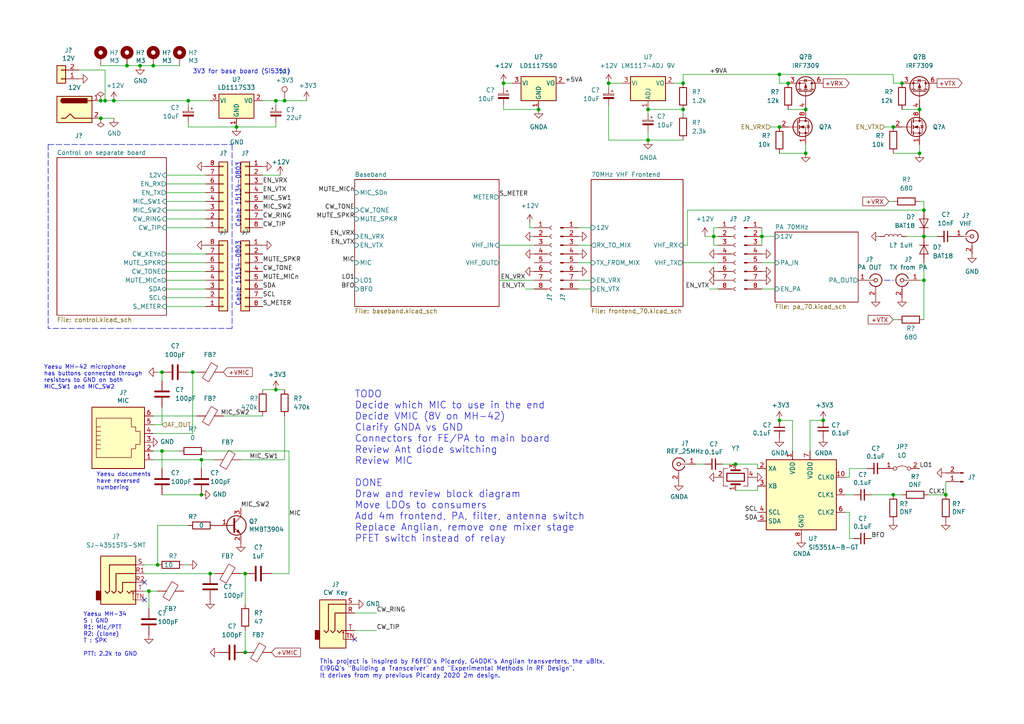
<source format=kicad_sch>
(kicad_sch (version 20211123) (generator eeschema)

  (uuid 7c83c304-769a-4be4-890e-297aba22b5b9)

  (paper "A4")

  (title_block
    (title "DART-70 TRX")
    (date "2023-01-22")
    (rev "0")
    (company "HB9EGM")
    (comment 1 "A 4m Band SSB/CW Transceiver")
  )

  

  (junction (at 29.21 29.21) (diameter 0) (color 0 0 0 0)
    (uuid 0a082e3d-5a37-45bf-9936-1925b33d6b4f)
  )
  (junction (at 228.6 24.13) (diameter 0) (color 0 0 0 0)
    (uuid 0d713598-e0d7-4b64-806d-d27b5ae84128)
  )
  (junction (at 156.21 31.75) (diameter 0) (color 0 0 0 0)
    (uuid 0e896443-97eb-4f57-b4db-382bdbdf63e4)
  )
  (junction (at 259.08 143.51) (diameter 0) (color 0 0 0 0)
    (uuid 11ea7b85-b26d-4a7d-aaed-956352284452)
  )
  (junction (at 40.64 19.05) (diameter 0) (color 0 0 0 0)
    (uuid 130d74aa-cfde-4c45-8bfe-183aacd4590f)
  )
  (junction (at 266.7 44.45) (diameter 0) (color 0 0 0 0)
    (uuid 1379c036-b3e0-455b-b639-0f5dd015d03b)
  )
  (junction (at 198.12 24.13) (diameter 0) (color 0 0 0 0)
    (uuid 13b9a948-b29a-4475-8f42-f20ed3ed1c6a)
  )
  (junction (at 80.01 29.21) (diameter 0) (color 0 0 0 0)
    (uuid 1c29ab88-8089-4a9f-b0ec-e0493fb70d1a)
  )
  (junction (at 33.02 29.21) (diameter 0) (color 0 0 0 0)
    (uuid 1fa90692-7773-42d6-8ba8-8ed55432226b)
  )
  (junction (at 30.48 29.21) (diameter 0) (color 0 0 0 0)
    (uuid 248900dc-9b0b-4fb0-8b44-20e56324d88d)
  )
  (junction (at 29.21 34.29) (diameter 0) (color 0 0 0 0)
    (uuid 2bb5e7ab-7e6e-4e4b-8997-824caea277e9)
  )
  (junction (at 226.06 36.83) (diameter 0) (color 0 0 0 0)
    (uuid 2c691037-8de1-4537-a0ef-41ed59613839)
  )
  (junction (at 187.96 31.75) (diameter 0) (color 0 0 0 0)
    (uuid 398ec90b-61af-4d36-9539-63397d126e21)
  )
  (junction (at 46.99 107.95) (diameter 0) (color 0 0 0 0)
    (uuid 3a352c98-bacc-4de9-b04f-12a570c55e7e)
  )
  (junction (at 226.06 121.92) (diameter 0) (color 0 0 0 0)
    (uuid 3c03082b-2981-4df2-bc33-6ce03d4158b2)
  )
  (junction (at 233.68 44.45) (diameter 0) (color 0 0 0 0)
    (uuid 3fe7be98-f709-408d-a312-564e4532657b)
  )
  (junction (at 238.76 121.92) (diameter 0) (color 0 0 0 0)
    (uuid 4049e650-6035-45af-a547-48a992b127be)
  )
  (junction (at 198.12 31.75) (diameter 0) (color 0 0 0 0)
    (uuid 4242ccf2-3c4d-4a22-8247-2311c54121ff)
  )
  (junction (at 267.97 68.58) (diameter 0) (color 0 0 0 0)
    (uuid 43df9b13-487d-4795-8053-4ad8b2cbb873)
  )
  (junction (at 226.06 21.59) (diameter 0) (color 0 0 0 0)
    (uuid 4750ee37-26c3-426a-a03a-0a50ee4de791)
  )
  (junction (at 36.83 19.05) (diameter 0) (color 0 0 0 0)
    (uuid 48d3528f-d200-4dbf-87c6-2835721afb0e)
  )
  (junction (at 54.61 29.21) (diameter 0) (color 0 0 0 0)
    (uuid 547281cc-eb15-43de-9560-1b10e39a19ed)
  )
  (junction (at 233.68 31.75) (diameter 0) (color 0 0 0 0)
    (uuid 5591956a-807b-4208-83a4-6327422e118a)
  )
  (junction (at 45.72 163.83) (diameter 0) (color 0 0 0 0)
    (uuid 5cc7d9f6-bcf8-4ce3-a388-e95342b89483)
  )
  (junction (at 58.42 143.51) (diameter 0) (color 0 0 0 0)
    (uuid 5f16047e-d7f2-44df-91df-e15736d13183)
  )
  (junction (at 55.88 107.95) (diameter 0) (color 0 0 0 0)
    (uuid 6f9ba8f4-4730-4205-80c6-47b34563fe7f)
  )
  (junction (at 58.42 133.35) (diameter 0) (color 0 0 0 0)
    (uuid 7601a94d-f38d-46fb-aa81-cd83d1f218d5)
  )
  (junction (at 80.01 113.03) (diameter 0) (color 0 0 0 0)
    (uuid 8d8cf083-aaf0-416e-8995-e1f2e633279c)
  )
  (junction (at 259.08 36.83) (diameter 0) (color 0 0 0 0)
    (uuid 906f16af-3f1b-4545-bda0-18ebce89ce96)
  )
  (junction (at 146.05 24.13) (diameter 0) (color 0 0 0 0)
    (uuid 91bb5e66-90e9-4aff-b233-5b8d53e4ad1c)
  )
  (junction (at 46.99 130.81) (diameter 0) (color 0 0 0 0)
    (uuid 95e22508-446f-42b3-8914-857b72c3e085)
  )
  (junction (at 267.97 60.96) (diameter 0) (color 0 0 0 0)
    (uuid 97793736-d570-4f2c-8a66-106f7d23b4a8)
  )
  (junction (at 242.57 -71.12) (diameter 0) (color 0 0 0 0)
    (uuid 9a3fa19c-537d-4296-bb63-989030ca8dd5)
  )
  (junction (at 176.53 24.13) (diameter 0) (color 0 0 0 0)
    (uuid a01cdcc4-8ed1-4b36-8702-1b68481a60d9)
  )
  (junction (at 71.12 189.23) (diameter 0) (color 0 0 0 0)
    (uuid a063f253-da0c-4fe6-9200-a1aeca8226ac)
  )
  (junction (at 187.96 40.64) (diameter 0) (color 0 0 0 0)
    (uuid a13e5fb2-5800-4421-9e39-63277f01a71d)
  )
  (junction (at 82.55 29.21) (diameter 0) (color 0 0 0 0)
    (uuid a99cd17b-9938-46df-92bb-88378a42ecd6)
  )
  (junction (at 274.32 143.51) (diameter 0) (color 0 0 0 0)
    (uuid a9fed849-c0d2-45ff-802c-7da3e4c52c0a)
  )
  (junction (at 232.41 -63.5) (diameter 0) (color 0 0 0 0)
    (uuid aeb1da01-4a44-4c30-b05f-9cec7ebba856)
  )
  (junction (at 68.58 36.83) (diameter 0) (color 0 0 0 0)
    (uuid b0c265f7-c716-45d5-8397-630db4d2cf65)
  )
  (junction (at 242.57 -58.42) (diameter 0) (color 0 0 0 0)
    (uuid b80a4902-9741-47e8-9dca-09d8045e2d8b)
  )
  (junction (at 44.45 19.05) (diameter 0) (color 0 0 0 0)
    (uuid d4b4dbc7-e763-47b2-a6cb-b5c021db8bcc)
  )
  (junction (at 43.18 171.45) (diameter 0) (color 0 0 0 0)
    (uuid d4c3f5bf-47cb-4030-92b0-bec21d62f389)
  )
  (junction (at 261.62 24.13) (diameter 0) (color 0 0 0 0)
    (uuid d531b677-92b2-4589-8265-ffb9f0a9f471)
  )
  (junction (at 60.96 166.37) (diameter 0) (color 0 0 0 0)
    (uuid d7ecc3d2-2b6e-4e36-92b9-1b58fb257359)
  )
  (junction (at 71.12 166.37) (diameter 0) (color 0 0 0 0)
    (uuid d9abc64c-b691-4ece-b128-4f1d7b31754f)
  )
  (junction (at 267.97 81.28) (diameter 0) (color 0 0 0 0)
    (uuid e2d3e851-e172-407b-bae2-5f89da65f833)
  )
  (junction (at 220.98 68.58) (diameter 0) (color 0 0 0 0)
    (uuid e4e1f9d9-3c4f-40b9-b469-d4aa31f8fa0b)
  )
  (junction (at 266.7 31.75) (diameter 0) (color 0 0 0 0)
    (uuid eeabe6f1-2db7-4eed-bd0c-6e41b390284d)
  )
  (junction (at 213.36 134.62) (diameter 0) (color 0 0 0 0)
    (uuid f8c9e2c3-818f-482b-ad48-f9fb56a455b0)
  )
  (junction (at 238.76 -43.18) (diameter 0) (color 0 0 0 0)
    (uuid fce80799-beee-488e-8575-c5bbc1daac9f)
  )
  (junction (at 207.01 68.58) (diameter 0) (color 0 0 0 0)
    (uuid fe103db2-cb49-496f-a97e-9e6a1288beb5)
  )

  (no_connect (at 41.91 173.99) (uuid 891b06d0-7775-40c2-8d16-5452402b91d5))
  (no_connect (at 102.87 185.42) (uuid 9e56fb84-5b0b-47eb-9ee7-e24e7c08829b))
  (no_connect (at 41.91 168.91) (uuid b2135387-8c57-44ac-8ab3-29b54b43f871))

  (polyline (pts (xy 256.54 81.28) (xy 259.08 81.28))
    (stroke (width 0) (type default) (color 0 0 0 0))
    (uuid 0001e022-bec2-4d62-9a4d-7f842d1f79be)
  )

  (wire (pts (xy 29.21 34.29) (xy 33.02 34.29))
    (stroke (width 0) (type default) (color 0 0 0 0))
    (uuid 002154dd-fd21-426e-8f51-d82382197384)
  )
  (wire (pts (xy 71.12 166.37) (xy 71.12 175.26))
    (stroke (width 0) (type default) (color 0 0 0 0))
    (uuid 008a59ee-36fb-4f36-a8b0-5cc99b1e8598)
  )
  (wire (pts (xy 220.98 68.58) (xy 224.79 68.58))
    (stroke (width 0) (type default) (color 0 0 0 0))
    (uuid 01ac92ba-5cd1-46c2-8ba4-cce3dbf5bdfe)
  )
  (wire (pts (xy 48.26 60.96) (xy 59.69 60.96))
    (stroke (width 0) (type default) (color 0 0 0 0))
    (uuid 0491d8a8-2f19-4c01-89d7-89dd7ef9e1cb)
  )
  (wire (pts (xy 246.38 138.43) (xy 245.11 138.43))
    (stroke (width 0) (type default) (color 0 0 0 0))
    (uuid 05f6334e-7131-4999-b788-1681af60d6df)
  )
  (wire (pts (xy 204.47 68.58) (xy 207.01 68.58))
    (stroke (width 0) (type default) (color 0 0 0 0))
    (uuid 083f0ed2-b3a6-4099-9652-454220d86a40)
  )
  (wire (pts (xy 167.64 66.04) (xy 171.45 66.04))
    (stroke (width 0) (type default) (color 0 0 0 0))
    (uuid 087385f5-4257-4376-b1f3-18d9f73513a6)
  )
  (wire (pts (xy 144.78 81.28) (xy 154.94 81.28))
    (stroke (width 0) (type default) (color 0 0 0 0))
    (uuid 093571d4-0ca5-4839-b6c5-46bae251e367)
  )
  (wire (pts (xy 146.05 30.48) (xy 146.05 31.75))
    (stroke (width 0) (type default) (color 0 0 0 0))
    (uuid 0a3a19af-7bfa-4df3-9b73-b98420c4a518)
  )
  (wire (pts (xy 36.83 19.05) (xy 40.64 19.05))
    (stroke (width 0) (type default) (color 0 0 0 0))
    (uuid 0aad0e8d-0747-412b-85ac-039bbac4ff5e)
  )
  (wire (pts (xy 266.7 41.91) (xy 266.7 44.45))
    (stroke (width 0) (type default) (color 0 0 0 0))
    (uuid 0b3a2a48-0270-494e-962a-3658a00a0875)
  )
  (wire (pts (xy 144.78 71.12) (xy 154.94 71.12))
    (stroke (width 0) (type default) (color 0 0 0 0))
    (uuid 0c548c29-4675-455c-b4eb-39554b0e0db8)
  )
  (wire (pts (xy 54.61 29.21) (xy 54.61 30.48))
    (stroke (width 0) (type default) (color 0 0 0 0))
    (uuid 11b5652b-07d3-428f-98d5-c354cf3693b1)
  )
  (wire (pts (xy 267.97 58.42) (xy 266.7 58.42))
    (stroke (width 0) (type default) (color 0 0 0 0))
    (uuid 1365db47-3e50-475d-8b7e-e1db17b616fc)
  )
  (wire (pts (xy 46.99 143.51) (xy 58.42 143.51))
    (stroke (width 0) (type default) (color 0 0 0 0))
    (uuid 158ca0e0-4495-40a4-840e-4638a97400e4)
  )
  (wire (pts (xy 146.05 31.75) (xy 156.21 31.75))
    (stroke (width 0) (type default) (color 0 0 0 0))
    (uuid 160e3a4c-588b-4e79-ac75-f98bf80b7e0b)
  )
  (wire (pts (xy 81.28 50.8) (xy 76.2 50.8))
    (stroke (width 0) (type default) (color 0 0 0 0))
    (uuid 16f4aa89-10b3-4c19-aee2-b110182c6854)
  )
  (wire (pts (xy 80.01 29.21) (xy 82.55 29.21))
    (stroke (width 0) (type default) (color 0 0 0 0))
    (uuid 17ba5b19-2b5b-474e-9c14-1c7d35991587)
  )
  (wire (pts (xy 198.12 31.75) (xy 198.12 33.02))
    (stroke (width 0) (type default) (color 0 0 0 0))
    (uuid 17fc291b-23f9-4de7-9168-978b13dcd03c)
  )
  (wire (pts (xy 59.69 130.81) (xy 83.82 130.81))
    (stroke (width 0) (type default) (color 0 0 0 0))
    (uuid 1870983d-2296-4a85-a2a8-dd30e5c443bf)
  )
  (wire (pts (xy 220.98 83.82) (xy 224.79 83.82))
    (stroke (width 0) (type default) (color 0 0 0 0))
    (uuid 19a6b424-c553-4be2-9c2f-6b5d041d6f35)
  )
  (wire (pts (xy 55.88 125.73) (xy 55.88 107.95))
    (stroke (width 0) (type default) (color 0 0 0 0))
    (uuid 1ad0d821-5483-4b76-bc47-be457278eb28)
  )
  (wire (pts (xy 48.26 88.9) (xy 59.69 88.9))
    (stroke (width 0) (type default) (color 0 0 0 0))
    (uuid 1de35109-2490-47e3-8be5-ab22f13c6848)
  )
  (wire (pts (xy 48.26 50.8) (xy 59.69 50.8))
    (stroke (width 0) (type default) (color 0 0 0 0))
    (uuid 1ef50cec-8701-41c9-a796-aac175c3bcb1)
  )
  (wire (pts (xy 180.34 24.13) (xy 176.53 24.13))
    (stroke (width 0) (type default) (color 0 0 0 0))
    (uuid 2199bdfc-0462-4363-af5e-16d8e19d600a)
  )
  (wire (pts (xy 44.45 120.65) (xy 57.15 120.65))
    (stroke (width 0) (type default) (color 0 0 0 0))
    (uuid 21a31168-6a32-465e-90c5-7054c3746336)
  )
  (wire (pts (xy 207.01 68.58) (xy 207.01 66.04))
    (stroke (width 0) (type default) (color 0 0 0 0))
    (uuid 22dcd381-de7e-4770-b1fc-5b1585b1e01c)
  )
  (wire (pts (xy 152.4 83.82) (xy 154.94 83.82))
    (stroke (width 0) (type default) (color 0 0 0 0))
    (uuid 257ea06f-4fb4-4041-9548-2259364176a6)
  )
  (wire (pts (xy 46.99 130.81) (xy 46.99 135.89))
    (stroke (width 0) (type default) (color 0 0 0 0))
    (uuid 25a98035-fb8e-4ac6-96f3-8f8f72a02b43)
  )
  (wire (pts (xy 54.61 29.21) (xy 60.96 29.21))
    (stroke (width 0) (type default) (color 0 0 0 0))
    (uuid 28eca374-9b5c-4480-a1a6-52ddcbb57db2)
  )
  (wire (pts (xy 245.11 143.51) (xy 247.65 143.51))
    (stroke (width 0) (type default) (color 0 0 0 0))
    (uuid 2a86319a-5a94-4745-ad80-6b5c02f72e82)
  )
  (polyline (pts (xy 67.31 41.91) (xy 67.31 95.25))
    (stroke (width 0) (type default) (color 0 0 0 0))
    (uuid 2df6f517-3da3-4761-bd39-ad71c01eb424)
  )

  (wire (pts (xy 205.74 83.82) (xy 208.28 83.82))
    (stroke (width 0) (type default) (color 0 0 0 0))
    (uuid 2e8990ed-fee4-46e0-a5d6-572eb84d7bbe)
  )
  (wire (pts (xy 267.97 81.28) (xy 267.97 92.71))
    (stroke (width 0) (type default) (color 0 0 0 0))
    (uuid 2fc55029-8596-42f8-a5b7-345105f5a387)
  )
  (wire (pts (xy 187.96 40.64) (xy 198.12 40.64))
    (stroke (width 0) (type default) (color 0 0 0 0))
    (uuid 33f01d9a-6abc-40a9-9b6b-d34bddbf731f)
  )
  (wire (pts (xy 256.54 36.83) (xy 259.08 36.83))
    (stroke (width 0) (type default) (color 0 0 0 0))
    (uuid 345987da-5aa5-4c5e-90e1-ddf0086ed5fb)
  )
  (wire (pts (xy 64.77 120.65) (xy 76.2 120.65))
    (stroke (width 0) (type default) (color 0 0 0 0))
    (uuid 3bf35dfb-9b64-4dae-8540-7e454b1642f9)
  )
  (wire (pts (xy 55.88 107.95) (xy 54.61 107.95))
    (stroke (width 0) (type default) (color 0 0 0 0))
    (uuid 3c9f429a-ce9e-402f-b88c-b98ad5992603)
  )
  (wire (pts (xy 153.67 64.77) (xy 153.67 66.04))
    (stroke (width 0) (type default) (color 0 0 0 0))
    (uuid 3e9b82a4-d9cb-49e4-825f-83213cf846fe)
  )
  (wire (pts (xy 262.89 68.58) (xy 267.97 68.58))
    (stroke (width 0) (type default) (color 0 0 0 0))
    (uuid 3eb66799-e8b0-416b-a9e5-17fd18188e1b)
  )
  (wire (pts (xy 48.26 53.34) (xy 59.69 53.34))
    (stroke (width 0) (type default) (color 0 0 0 0))
    (uuid 3f726201-a2b0-494c-bb67-0bed26cc560f)
  )
  (wire (pts (xy 55.88 107.95) (xy 57.15 107.95))
    (stroke (width 0) (type default) (color 0 0 0 0))
    (uuid 434a04ca-5f35-4180-ace6-acf8d38aeef3)
  )
  (wire (pts (xy 195.58 24.13) (xy 198.12 24.13))
    (stroke (width 0) (type default) (color 0 0 0 0))
    (uuid 4435e8ff-b63e-4b32-81db-49caa0dd6c5f)
  )
  (wire (pts (xy 48.26 55.88) (xy 59.69 55.88))
    (stroke (width 0) (type default) (color 0 0 0 0))
    (uuid 475d7116-2e26-4a72-942e-766ab472ca0d)
  )
  (wire (pts (xy 198.12 21.59) (xy 198.12 24.13))
    (stroke (width 0) (type default) (color 0 0 0 0))
    (uuid 4c57c394-f97c-4a0b-80d4-0b5157781c3b)
  )
  (wire (pts (xy 199.39 60.96) (xy 267.97 60.96))
    (stroke (width 0) (type default) (color 0 0 0 0))
    (uuid 4cb05072-e4ec-4ace-9793-ec8663b33a48)
  )
  (wire (pts (xy 261.62 31.75) (xy 266.7 31.75))
    (stroke (width 0) (type default) (color 0 0 0 0))
    (uuid 4d5acc98-17ff-4e60-af52-349a1269dddf)
  )
  (wire (pts (xy 254 -58.42) (xy 254 -68.58))
    (stroke (width 0) (type default) (color 0 0 0 0))
    (uuid 51a3f919-4f6b-4c1a-9e4b-219d7ae9f12e)
  )
  (wire (pts (xy 220.98 66.04) (xy 220.98 68.58))
    (stroke (width 0) (type default) (color 0 0 0 0))
    (uuid 51ff27b9-f9f9-45f2-b9f3-2b930513405d)
  )
  (wire (pts (xy 167.64 81.28) (xy 171.45 81.28))
    (stroke (width 0) (type default) (color 0 0 0 0))
    (uuid 52d9d6dd-4266-418b-bf9a-446977053e6f)
  )
  (wire (pts (xy 266.7 81.28) (xy 267.97 81.28))
    (stroke (width 0) (type default) (color 0 0 0 0))
    (uuid 566a1dfd-871f-4bc8-98fc-32631eb16c5b)
  )
  (wire (pts (xy 48.26 78.74) (xy 59.69 78.74))
    (stroke (width 0) (type default) (color 0 0 0 0))
    (uuid 56cb3f92-2c0e-42ee-84b9-de64810b5c8d)
  )
  (wire (pts (xy 29.21 19.05) (xy 36.83 19.05))
    (stroke (width 0) (type default) (color 0 0 0 0))
    (uuid 579d81c4-8fa6-40d5-b99a-d160787b45b9)
  )
  (wire (pts (xy 80.01 113.03) (xy 76.2 113.03))
    (stroke (width 0) (type default) (color 0 0 0 0))
    (uuid 5ce79a04-245c-4090-bc67-097c17a5dc6e)
  )
  (wire (pts (xy 259.08 21.59) (xy 226.06 21.59))
    (stroke (width 0) (type default) (color 0 0 0 0))
    (uuid 5ea05504-bb96-4847-90cf-26cb1afd4244)
  )
  (wire (pts (xy 33.02 29.21) (xy 54.61 29.21))
    (stroke (width 0) (type default) (color 0 0 0 0))
    (uuid 6465c817-6f2e-4e62-ac9d-f9a1d93df9e1)
  )
  (wire (pts (xy 251.46 135.89) (xy 246.38 135.89))
    (stroke (width 0) (type default) (color 0 0 0 0))
    (uuid 64e90390-0f4c-4cc1-bafa-363ce23516e9)
  )
  (wire (pts (xy 46.99 130.81) (xy 52.07 130.81))
    (stroke (width 0) (type default) (color 0 0 0 0))
    (uuid 6528e072-e372-41fe-aa77-610053232b9e)
  )
  (wire (pts (xy 264.16 -64.77) (xy 264.16 -58.42))
    (stroke (width 0) (type default) (color 0 0 0 0))
    (uuid 65756912-fb86-4307-8753-f20d3967afa2)
  )
  (wire (pts (xy 246.38 156.21) (xy 246.38 148.59))
    (stroke (width 0) (type default) (color 0 0 0 0))
    (uuid 65dd0601-a23d-4c5d-b924-966fc498cbfc)
  )
  (wire (pts (xy 259.08 92.71) (xy 260.35 92.71))
    (stroke (width 0) (type default) (color 0 0 0 0))
    (uuid 65fd1318-4897-4656-baf4-cc1aa4efc50e)
  )
  (wire (pts (xy 233.68 44.45) (xy 226.06 44.45))
    (stroke (width 0) (type default) (color 0 0 0 0))
    (uuid 67fd7240-7a2e-4504-8c70-47b3112c634e)
  )
  (wire (pts (xy 246.38 148.59) (xy 245.11 148.59))
    (stroke (width 0) (type default) (color 0 0 0 0))
    (uuid 699bee8c-8bc3-4aa6-b4ed-0aa4d255078a)
  )
  (wire (pts (xy 234.95 121.92) (xy 234.95 130.81))
    (stroke (width 0) (type default) (color 0 0 0 0))
    (uuid 6b09c60c-c53b-47dd-b8b8-94f682cd2086)
  )
  (wire (pts (xy 48.26 81.28) (xy 59.69 81.28))
    (stroke (width 0) (type default) (color 0 0 0 0))
    (uuid 6c2583d2-6254-4856-a6b8-160d5f6a3f99)
  )
  (wire (pts (xy 207.01 71.12) (xy 207.01 68.58))
    (stroke (width 0) (type default) (color 0 0 0 0))
    (uuid 71e59ea6-1d95-41dd-aaff-b947e8d6629b)
  )
  (wire (pts (xy 43.18 171.45) (xy 45.72 171.45))
    (stroke (width 0) (type default) (color 0 0 0 0))
    (uuid 735e33ba-0601-4acb-983d-1656020ec14e)
  )
  (wire (pts (xy 259.08 24.13) (xy 261.62 24.13))
    (stroke (width 0) (type default) (color 0 0 0 0))
    (uuid 73697aae-1f79-401a-bdaa-9ebc2f2340de)
  )
  (wire (pts (xy 146.05 24.13) (xy 146.05 25.4))
    (stroke (width 0) (type default) (color 0 0 0 0))
    (uuid 7471700d-9a5d-406e-b9fc-bdeed49379fa)
  )
  (wire (pts (xy 30.48 29.21) (xy 33.02 29.21))
    (stroke (width 0) (type default) (color 0 0 0 0))
    (uuid 74760d5b-303c-4603-ac2e-6b5209546581)
  )
  (wire (pts (xy 167.64 76.2) (xy 171.45 76.2))
    (stroke (width 0) (type default) (color 0 0 0 0))
    (uuid 7887f659-7796-4d20-b8ec-45fe37db4d3b)
  )
  (wire (pts (xy 83.82 166.37) (xy 83.82 130.81))
    (stroke (width 0) (type default) (color 0 0 0 0))
    (uuid 797fc097-40b2-4b52-9419-f36210a6f13e)
  )
  (wire (pts (xy 22.86 20.32) (xy 30.48 20.32))
    (stroke (width 0) (type default) (color 0 0 0 0))
    (uuid 79aced1b-30d4-4883-86bf-8a38d664736a)
  )
  (wire (pts (xy 252.73 143.51) (xy 259.08 143.51))
    (stroke (width 0) (type default) (color 0 0 0 0))
    (uuid 7d4200e5-e280-4699-af56-048ba84247d3)
  )
  (wire (pts (xy 46.99 118.11) (xy 46.99 123.19))
    (stroke (width 0) (type default) (color 0 0 0 0))
    (uuid 7d8f59be-6dad-44f9-9b4e-0c7978f1e30d)
  )
  (wire (pts (xy 46.99 107.95) (xy 45.72 107.95))
    (stroke (width 0) (type default) (color 0 0 0 0))
    (uuid 7db46f4d-dc81-45cb-a2f4-20f1f9739ff2)
  )
  (wire (pts (xy 62.23 166.37) (xy 60.96 166.37))
    (stroke (width 0) (type default) (color 0 0 0 0))
    (uuid 7fcd6903-4017-464e-a708-1e51b67dd39f)
  )
  (wire (pts (xy 259.08 58.42) (xy 257.81 58.42))
    (stroke (width 0) (type default) (color 0 0 0 0))
    (uuid 8025fc94-e615-4b56-8bf2-4787b89136f5)
  )
  (wire (pts (xy 198.12 76.2) (xy 208.28 76.2))
    (stroke (width 0) (type default) (color 0 0 0 0))
    (uuid 80c9eaaa-abb4-4304-825a-1964608b4c6b)
  )
  (wire (pts (xy 153.67 66.04) (xy 154.94 66.04))
    (stroke (width 0) (type default) (color 0 0 0 0))
    (uuid 814385ff-48a3-478a-9a33-47cb468f9486)
  )
  (polyline (pts (xy 13.97 41.91) (xy 13.97 95.25))
    (stroke (width 0) (type default) (color 0 0 0 0))
    (uuid 834eed63-98bc-4692-be8a-6868d5c838d4)
  )

  (wire (pts (xy 48.26 66.04) (xy 59.69 66.04))
    (stroke (width 0) (type default) (color 0 0 0 0))
    (uuid 836458d9-8a3b-4d53-aaf1-9cc6ec2305f2)
  )
  (wire (pts (xy 58.42 133.35) (xy 62.23 133.35))
    (stroke (width 0) (type default) (color 0 0 0 0))
    (uuid 87f516d2-d735-4581-8e73-4e729efd87ba)
  )
  (wire (pts (xy 69.85 133.35) (xy 82.55 133.35))
    (stroke (width 0) (type default) (color 0 0 0 0))
    (uuid 8b538a9f-9402-415e-ad6a-b4f61953dc74)
  )
  (wire (pts (xy 48.26 86.36) (xy 59.69 86.36))
    (stroke (width 0) (type default) (color 0 0 0 0))
    (uuid 8c8438c2-dfb5-4131-857c-1ad8997220ea)
  )
  (wire (pts (xy 247.65 156.21) (xy 246.38 156.21))
    (stroke (width 0) (type default) (color 0 0 0 0))
    (uuid 8e0abe23-8e7e-48a9-af11-f26197bd8fbf)
  )
  (wire (pts (xy 44.45 125.73) (xy 55.88 125.73))
    (stroke (width 0) (type default) (color 0 0 0 0))
    (uuid 8f3b97a5-e26f-412d-826e-78bbaa8f51aa)
  )
  (wire (pts (xy 176.53 30.48) (xy 176.53 40.64))
    (stroke (width 0) (type default) (color 0 0 0 0))
    (uuid 8f5c2a3a-b2da-434e-8810-9da52a5e413a)
  )
  (wire (pts (xy 71.12 182.88) (xy 71.12 189.23))
    (stroke (width 0) (type default) (color 0 0 0 0))
    (uuid 91c438b1-678d-4a85-be0e-771bfbc58931)
  )
  (wire (pts (xy 228.6 31.75) (xy 233.68 31.75))
    (stroke (width 0) (type default) (color 0 0 0 0))
    (uuid 92dfb53a-5556-47b1-8088-214aebbc803d)
  )
  (wire (pts (xy 46.99 107.95) (xy 46.99 110.49))
    (stroke (width 0) (type default) (color 0 0 0 0))
    (uuid 93047e1e-286b-4665-a58a-4865955ff500)
  )
  (wire (pts (xy 207.01 66.04) (xy 208.28 66.04))
    (stroke (width 0) (type default) (color 0 0 0 0))
    (uuid 9991203b-a07d-48db-9b05-ed716414c92f)
  )
  (wire (pts (xy 54.61 35.56) (xy 54.61 36.83))
    (stroke (width 0) (type default) (color 0 0 0 0))
    (uuid 99f8394d-1325-4f0e-9ed0-19dceab6e1f9)
  )
  (wire (pts (xy 242.57 -58.42) (xy 238.76 -58.42))
    (stroke (width 0) (type default) (color 0 0 0 0))
    (uuid 9c52eb74-b8c8-4100-b844-c9be7c6d511d)
  )
  (wire (pts (xy 238.76 -43.18) (xy 238.76 -46.99))
    (stroke (width 0) (type default) (color 0 0 0 0))
    (uuid 9c9d09c2-fbb3-42fd-8022-a7107b60bdef)
  )
  (wire (pts (xy 238.76 121.92) (xy 234.95 121.92))
    (stroke (width 0) (type default) (color 0 0 0 0))
    (uuid 9d3a7a2b-8bae-4d82-8634-16a99f57e389)
  )
  (wire (pts (xy 44.45 130.81) (xy 46.99 130.81))
    (stroke (width 0) (type default) (color 0 0 0 0))
    (uuid 9f4d8704-0849-4b98-9b4c-c8bbb0f9f5ce)
  )
  (wire (pts (xy 223.52 36.83) (xy 226.06 36.83))
    (stroke (width 0) (type default) (color 0 0 0 0))
    (uuid a057c374-c462-4764-bd16-2c00eef92afa)
  )
  (wire (pts (xy 242.57 -68.58) (xy 242.57 -71.12))
    (stroke (width 0) (type default) (color 0 0 0 0))
    (uuid a15bb254-7167-427e-9ec3-c4abcf53e5b1)
  )
  (wire (pts (xy 102.87 177.8) (xy 109.22 177.8))
    (stroke (width 0) (type default) (color 0 0 0 0))
    (uuid a1abde39-78d5-402d-bb1c-75243c61d29b)
  )
  (wire (pts (xy 48.26 58.42) (xy 59.69 58.42))
    (stroke (width 0) (type default) (color 0 0 0 0))
    (uuid a2c10dec-c0b0-471a-b75e-c1a8452900c1)
  )
  (wire (pts (xy 220.98 68.58) (xy 220.98 71.12))
    (stroke (width 0) (type default) (color 0 0 0 0))
    (uuid a40b6a6f-dc57-45f8-9beb-e6dbac2dd670)
  )
  (wire (pts (xy 238.76 -54.61) (xy 238.76 -58.42))
    (stroke (width 0) (type default) (color 0 0 0 0))
    (uuid a5d8fc97-d7c1-4797-9d4b-768d4ee7add9)
  )
  (wire (pts (xy 69.85 166.37) (xy 71.12 166.37))
    (stroke (width 0) (type default) (color 0 0 0 0))
    (uuid a5f4f26e-4b82-496f-b7bb-4ed4211f8100)
  )
  (wire (pts (xy 54.61 36.83) (xy 68.58 36.83))
    (stroke (width 0) (type default) (color 0 0 0 0))
    (uuid a69bb6f5-978b-49bb-9446-4ec9cfe4501e)
  )
  (wire (pts (xy 246.38 -43.18) (xy 238.76 -43.18))
    (stroke (width 0) (type default) (color 0 0 0 0))
    (uuid a731f80a-972f-45de-8f8a-42b0b7414eea)
  )
  (wire (pts (xy 259.08 21.59) (xy 259.08 24.13))
    (stroke (width 0) (type default) (color 0 0 0 0))
    (uuid a7349b87-3477-4ba5-bc62-3587f94ab817)
  )
  (wire (pts (xy 267.97 58.42) (xy 267.97 60.96))
    (stroke (width 0) (type default) (color 0 0 0 0))
    (uuid a8465ca8-68f9-4eee-904b-5bbfa483a6ff)
  )
  (wire (pts (xy 43.18 176.53) (xy 43.18 171.45))
    (stroke (width 0) (type default) (color 0 0 0 0))
    (uuid a8d341ec-3332-4d82-8a1f-e52e32f564f1)
  )
  (wire (pts (xy 88.9 29.21) (xy 82.55 29.21))
    (stroke (width 0) (type default) (color 0 0 0 0))
    (uuid a93dd5f3-ded3-42da-9f3d-78740a5a5bff)
  )
  (wire (pts (xy 48.26 83.82) (xy 59.69 83.82))
    (stroke (width 0) (type default) (color 0 0 0 0))
    (uuid ac0ae1b6-d482-4675-aec8-4c2f8c7318db)
  )
  (wire (pts (xy 226.06 21.59) (xy 198.12 21.59))
    (stroke (width 0) (type default) (color 0 0 0 0))
    (uuid ad76707e-1f2e-4941-86a0-50951acd24bc)
  )
  (wire (pts (xy 176.53 40.64) (xy 187.96 40.64))
    (stroke (width 0) (type default) (color 0 0 0 0))
    (uuid aed0a299-8aa6-4a50-b993-c38efe5fdd7a)
  )
  (wire (pts (xy 176.53 24.13) (xy 176.53 25.4))
    (stroke (width 0) (type default) (color 0 0 0 0))
    (uuid b1ea2466-2371-4b96-9289-6c42e0f0b899)
  )
  (wire (pts (xy 208.28 68.58) (xy 207.01 68.58))
    (stroke (width 0) (type default) (color 0 0 0 0))
    (uuid b2567046-fd9d-4b4e-9692-c6e5bb919428)
  )
  (polyline (pts (xy 13.97 41.91) (xy 67.31 41.91))
    (stroke (width 0) (type default) (color 0 0 0 0))
    (uuid b3f67849-c79e-4262-b803-d461d1887604)
  )
  (polyline (pts (xy 67.31 95.25) (xy 13.97 95.25))
    (stroke (width 0) (type default) (color 0 0 0 0))
    (uuid b415a656-e3e5-4629-aa6c-6a23a847c576)
  )

  (wire (pts (xy 266.7 44.45) (xy 259.08 44.45))
    (stroke (width 0) (type default) (color 0 0 0 0))
    (uuid b5cbe891-dcdf-4951-8f0a-b2c28e4293cd)
  )
  (wire (pts (xy 199.39 60.96) (xy 199.39 71.12))
    (stroke (width 0) (type default) (color 0 0 0 0))
    (uuid b7171b4c-eca6-40ec-b421-389a14cba197)
  )
  (wire (pts (xy 48.26 63.5) (xy 59.69 63.5))
    (stroke (width 0) (type default) (color 0 0 0 0))
    (uuid bb13b6c6-7b88-4971-969d-518c0a6e43cc)
  )
  (wire (pts (xy 226.06 24.13) (xy 228.6 24.13))
    (stroke (width 0) (type default) (color 0 0 0 0))
    (uuid bb78f99c-6783-4afe-a661-68817d4180ab)
  )
  (wire (pts (xy 246.38 135.89) (xy 246.38 138.43))
    (stroke (width 0) (type default) (color 0 0 0 0))
    (uuid bcb20d96-4c0e-4c98-a263-0cdd41ab15e5)
  )
  (wire (pts (xy 187.96 38.1) (xy 187.96 40.64))
    (stroke (width 0) (type default) (color 0 0 0 0))
    (uuid bda7a16e-b931-4d51-b769-ff5809beef5f)
  )
  (wire (pts (xy 199.39 71.12) (xy 198.12 71.12))
    (stroke (width 0) (type default) (color 0 0 0 0))
    (uuid be34fe28-91db-4153-a910-bbfafd34e127)
  )
  (wire (pts (xy 41.91 163.83) (xy 45.72 163.83))
    (stroke (width 0) (type default) (color 0 0 0 0))
    (uuid bf7e6467-20df-4f97-b158-e22e9c63a13b)
  )
  (wire (pts (xy 234.95 -63.5) (xy 232.41 -63.5))
    (stroke (width 0) (type default) (color 0 0 0 0))
    (uuid c0a01a64-7d1b-472d-8880-567c93d125ef)
  )
  (wire (pts (xy 229.87 121.92) (xy 229.87 130.81))
    (stroke (width 0) (type default) (color 0 0 0 0))
    (uuid c24d03f2-5bff-4d74-88e5-481cd2f1e035)
  )
  (wire (pts (xy 43.18 171.45) (xy 41.91 171.45))
    (stroke (width 0) (type default) (color 0 0 0 0))
    (uuid c2bffc4c-3205-4eb4-b359-339ae5964aa6)
  )
  (wire (pts (xy 269.24 -60.96) (xy 269.24 -58.42))
    (stroke (width 0) (type default) (color 0 0 0 0))
    (uuid c353b884-bf6e-4195-82d9-6e347a13f8f2)
  )
  (wire (pts (xy 41.91 166.37) (xy 60.96 166.37))
    (stroke (width 0) (type default) (color 0 0 0 0))
    (uuid c36a02cf-e3ab-41a0-a53f-62781e2f4d5a)
  )
  (wire (pts (xy 274.32 143.51) (xy 274.32 139.7))
    (stroke (width 0) (type default) (color 0 0 0 0))
    (uuid c48e879f-0b64-4f86-a8cf-003dbff29c4e)
  )
  (wire (pts (xy 82.55 113.03) (xy 80.01 113.03))
    (stroke (width 0) (type default) (color 0 0 0 0))
    (uuid c61ce38f-16a2-4f9d-a5dc-c559fb6d9c70)
  )
  (wire (pts (xy 261.62 143.51) (xy 259.08 143.51))
    (stroke (width 0) (type default) (color 0 0 0 0))
    (uuid cbbfb5e5-7e85-4367-b6a7-9b21fc6d9e17)
  )
  (wire (pts (xy 213.36 142.24) (xy 219.71 142.24))
    (stroke (width 0) (type default) (color 0 0 0 0))
    (uuid cc89f37d-2221-4ee8-a763-21432c733f93)
  )
  (wire (pts (xy 76.2 29.21) (xy 80.01 29.21))
    (stroke (width 0) (type default) (color 0 0 0 0))
    (uuid cdc3b2bb-9f60-476c-ac94-bf550b6e7b5e)
  )
  (wire (pts (xy 233.68 41.91) (xy 233.68 44.45))
    (stroke (width 0) (type default) (color 0 0 0 0))
    (uuid cdf8245b-2e03-441d-8536-8e14a3d0d2ff)
  )
  (wire (pts (xy 226.06 121.92) (xy 229.87 121.92))
    (stroke (width 0) (type default) (color 0 0 0 0))
    (uuid ceb52c7a-a12c-449a-be98-109b3a3bd409)
  )
  (wire (pts (xy 29.21 29.21) (xy 30.48 29.21))
    (stroke (width 0) (type default) (color 0 0 0 0))
    (uuid d18620ef-44b4-47e8-b939-bb0398e91c85)
  )
  (wire (pts (xy 54.61 152.4) (xy 45.72 152.4))
    (stroke (width 0) (type default) (color 0 0 0 0))
    (uuid d1ce4cd2-0109-47a9-93f8-38c475604c2d)
  )
  (wire (pts (xy 78.74 166.37) (xy 83.82 166.37))
    (stroke (width 0) (type default) (color 0 0 0 0))
    (uuid d3155823-164e-414b-a9b1-daa66df8bb6f)
  )
  (wire (pts (xy 208.28 71.12) (xy 207.01 71.12))
    (stroke (width 0) (type default) (color 0 0 0 0))
    (uuid d4867c18-2716-4853-ab72-4df6a9980642)
  )
  (wire (pts (xy 219.71 134.62) (xy 219.71 135.89))
    (stroke (width 0) (type default) (color 0 0 0 0))
    (uuid d51dda35-7a1a-4d41-817a-7bb1f7f6ffd4)
  )
  (wire (pts (xy 40.64 19.05) (xy 44.45 19.05))
    (stroke (width 0) (type default) (color 0 0 0 0))
    (uuid d5d26400-826e-40a5-a7b1-6a9ebbaedfb4)
  )
  (wire (pts (xy 271.78 68.58) (xy 267.97 68.58))
    (stroke (width 0) (type default) (color 0 0 0 0))
    (uuid d62cfc4c-5e25-471a-be1e-d5cbaecce182)
  )
  (wire (pts (xy 48.26 76.2) (xy 59.69 76.2))
    (stroke (width 0) (type default) (color 0 0 0 0))
    (uuid d7523127-343f-4298-b5c8-80c9ba468cc7)
  )
  (wire (pts (xy 229.87 -63.5) (xy 232.41 -63.5))
    (stroke (width 0) (type default) (color 0 0 0 0))
    (uuid d77b5383-1057-41f7-a864-97b50dcdeb67)
  )
  (wire (pts (xy 44.45 133.35) (xy 58.42 133.35))
    (stroke (width 0) (type default) (color 0 0 0 0))
    (uuid d930fc96-8b75-40b5-9ee9-57e99b4b1e79)
  )
  (wire (pts (xy 246.38 -58.42) (xy 242.57 -58.42))
    (stroke (width 0) (type default) (color 0 0 0 0))
    (uuid db017b0a-0353-497a-a563-8390daa5d431)
  )
  (wire (pts (xy 48.26 73.66) (xy 59.69 73.66))
    (stroke (width 0) (type default) (color 0 0 0 0))
    (uuid dc5747ab-76be-4b9c-9c8e-2d26c29683ce)
  )
  (wire (pts (xy 146.05 24.13) (xy 148.59 24.13))
    (stroke (width 0) (type default) (color 0 0 0 0))
    (uuid dd927172-6a9a-406f-a951-4e7f78cebb7b)
  )
  (wire (pts (xy 82.55 133.35) (xy 82.55 120.65))
    (stroke (width 0) (type default) (color 0 0 0 0))
    (uuid df575995-d075-4197-ae4c-3185311de64f)
  )
  (wire (pts (xy 44.45 19.05) (xy 52.07 19.05))
    (stroke (width 0) (type default) (color 0 0 0 0))
    (uuid dfd58d9e-0c03-4a20-9983-0d32c26093d8)
  )
  (wire (pts (xy 58.42 133.35) (xy 58.42 135.89))
    (stroke (width 0) (type default) (color 0 0 0 0))
    (uuid e0e72379-6e51-47d2-a002-fae952c661a9)
  )
  (wire (pts (xy 68.58 36.83) (xy 80.01 36.83))
    (stroke (width 0) (type default) (color 0 0 0 0))
    (uuid e264f0d9-6386-4838-a810-81df8032f681)
  )
  (wire (pts (xy 30.48 20.32) (xy 30.48 29.21))
    (stroke (width 0) (type default) (color 0 0 0 0))
    (uuid e49f1b40-a83b-4b72-93d7-dd44349357c4)
  )
  (wire (pts (xy 102.87 182.88) (xy 109.22 182.88))
    (stroke (width 0) (type default) (color 0 0 0 0))
    (uuid e7ac32f0-5e71-4c65-ac6f-730f4731f5f7)
  )
  (wire (pts (xy 274.32 143.51) (xy 269.24 143.51))
    (stroke (width 0) (type default) (color 0 0 0 0))
    (uuid ea6f4611-7eac-4b21-b232-fff65a738b95)
  )
  (wire (pts (xy 209.55 134.62) (xy 213.36 134.62))
    (stroke (width 0) (type default) (color 0 0 0 0))
    (uuid ea97e745-2bac-4983-a78b-499e0f8d7b6d)
  )
  (wire (pts (xy 242.57 -71.12) (xy 232.41 -71.12))
    (stroke (width 0) (type default) (color 0 0 0 0))
    (uuid eb3550c5-55d7-4b5a-8fbc-509d8db76263)
  )
  (wire (pts (xy 187.96 31.75) (xy 198.12 31.75))
    (stroke (width 0) (type default) (color 0 0 0 0))
    (uuid eb9b3733-e4ec-4731-87f1-5f6fd8f11a68)
  )
  (wire (pts (xy 43.18 128.27) (xy 44.45 128.27))
    (stroke (width 0) (type default) (color 0 0 0 0))
    (uuid ec10280c-9e34-42b3-afb8-448fcc7ca9a8)
  )
  (wire (pts (xy 53.34 163.83) (xy 54.61 163.83))
    (stroke (width 0) (type default) (color 0 0 0 0))
    (uuid ec3f3094-faf1-4e21-bd96-d842704479de)
  )
  (wire (pts (xy 220.98 76.2) (xy 224.79 76.2))
    (stroke (width 0) (type default) (color 0 0 0 0))
    (uuid ec9ab5ce-9c00-44e5-a77e-bb465908cae4)
  )
  (wire (pts (xy 167.64 71.12) (xy 171.45 71.12))
    (stroke (width 0) (type default) (color 0 0 0 0))
    (uuid ecfe8984-0282-4208-8f3d-aa8b3adb9dd8)
  )
  (wire (pts (xy 46.99 123.19) (xy 44.45 123.19))
    (stroke (width 0) (type default) (color 0 0 0 0))
    (uuid ef395171-d5fe-4691-885b-3c26155b5309)
  )
  (wire (pts (xy 45.72 152.4) (xy 45.72 163.83))
    (stroke (width 0) (type default) (color 0 0 0 0))
    (uuid f142e195-1e8c-4d80-b290-cc6d513aa04c)
  )
  (wire (pts (xy 204.47 134.62) (xy 201.93 134.62))
    (stroke (width 0) (type default) (color 0 0 0 0))
    (uuid f38fd353-54b3-403a-9387-7ff36888e6a9)
  )
  (wire (pts (xy 213.36 134.62) (xy 219.71 134.62))
    (stroke (width 0) (type default) (color 0 0 0 0))
    (uuid f7008c47-327e-4961-9c20-bbaf09b0d636)
  )
  (wire (pts (xy 219.71 142.24) (xy 219.71 140.97))
    (stroke (width 0) (type default) (color 0 0 0 0))
    (uuid f841e691-04bf-4057-bcb4-476ba3910c05)
  )
  (wire (pts (xy 167.64 83.82) (xy 171.45 83.82))
    (stroke (width 0) (type default) (color 0 0 0 0))
    (uuid f9b69a05-45f9-4bdb-aa7e-f2da8c731fea)
  )
  (wire (pts (xy 267.97 76.2) (xy 267.97 81.28))
    (stroke (width 0) (type default) (color 0 0 0 0))
    (uuid fa186e4d-5679-4648-97be-d46dd5fe54d1)
  )
  (wire (pts (xy 80.01 35.56) (xy 80.01 36.83))
    (stroke (width 0) (type default) (color 0 0 0 0))
    (uuid fc244ca3-4412-44ac-b1f3-44d00d15b5ac)
  )
  (wire (pts (xy 187.96 31.75) (xy 187.96 33.02))
    (stroke (width 0) (type default) (color 0 0 0 0))
    (uuid fc4a7459-1bb4-4226-8823-ec552cb8417e)
  )
  (wire (pts (xy 226.06 21.59) (xy 226.06 24.13))
    (stroke (width 0) (type default) (color 0 0 0 0))
    (uuid fe8a3f3f-3126-421d-b59c-37217ed6f49c)
  )
  (wire (pts (xy 80.01 29.21) (xy 80.01 30.48))
    (stroke (width 0) (type default) (color 0 0 0 0))
    (uuid ffb99ea8-48c3-486c-94d4-7034e45d57f7)
  )

  (text "Cable 15134-0803" (at 69.85 88.9 90)
    (effects (font (size 1.27 1.27)) (justify left bottom))
    (uuid 0929caf6-d906-41f2-ac17-e9ad4d47086b)
  )
  (text "Yaesu documents\nhave reversed\nnumbering" (at 27.94 142.24 0)
    (effects (font (size 1.1938 1.1938)) (justify left bottom))
    (uuid 678726a0-e1b2-468e-8fc5-d1abab7c4bd5)
  )
  (text "Yaesu MH-34\nS : GND\nR1: Mic/PTT\nR2: (clone)\nT : SPK\n\nPTT: 2.2k to GND"
    (at 24.13 190.5 0)
    (effects (font (size 1.1938 1.1938)) (justify left bottom))
    (uuid aa6d67fe-cd8b-468d-8447-611ba063ffe2)
  )
  (text "TODO\nDecide which MIC to use in the end\nDecide VMIC (8V on MH-42)\nClarify GNDA vs GND\nConnectors for FE/PA to main board\nReview Ant diode switching\nReview MIC\n\nDONE\nDraw and review block diagram\nMove LDOs to consumers\nAdd 4m frontend, PA, filter, antenna switch\nReplace Anglian, remove one mixer stage\nPFET switch instead of relay\n"
    (at 102.87 157.48 0)
    (effects (font (size 2 2)) (justify left bottom))
    (uuid bb2e7fd8-c90d-4499-afb3-dd966ff449a9)
  )
  (text "This project is inspired by F6FEO's Picardy, G4DDK's Anglian transverters, the uBitx,\nEI9GQ's \"Building a Transceiver\" and \"Experimental Methods in RF Design\".\nIt derives from my previous Picardy 2020 2m design."
    (at 92.71 196.85 0)
    (effects (font (size 1.27 1.27)) (justify left bottom))
    (uuid cc99dfff-7e1c-41c9-90b0-50846ceea0a1)
  )
  (text "3V3 for base board (Si5351)" (at 55.88 21.59 0)
    (effects (font (size 1.27 1.27)) (justify left bottom))
    (uuid f4edd5b2-72b4-45e8-b62f-fa9fad300bad)
  )
  (text "Yaesu MH-42 microphone\nhas buttons connected through\nresistors to GND on both\nMIC_SW1 and MIC_SW2"
    (at 12.7 113.03 0)
    (effects (font (size 1.1938 1.1938)) (justify left bottom))
    (uuid f675e6d6-b681-4eab-99eb-37d1d3a7bcff)
  )
  (text "Cable 15134-0803" (at 69.85 66.04 90)
    (effects (font (size 1.27 1.27)) (justify left bottom))
    (uuid f8c7090b-f4e5-4157-b560-7282b4d81d8e)
  )

  (label "+9VA" (at 205.74 21.59 0)
    (effects (font (size 1.27 1.27)) (justify left bottom))
    (uuid 00bb6864-ec12-4888-8ef6-77b5d0147170)
  )
  (label "MUTE_SPKR" (at 102.87 63.5 180)
    (effects (font (size 1.27 1.27)) (justify right bottom))
    (uuid 10ecb4f6-1aa0-4bb6-9292-a41f98c2c4be)
  )
  (label "MUTE_SPKR" (at 76.2 76.2 0)
    (effects (font (size 1.27 1.27)) (justify left bottom))
    (uuid 25d8a29b-1d62-4e5e-838b-90cab71379a3)
  )
  (label "EN_VTX" (at 152.4 83.82 180)
    (effects (font (size 1.27 1.27)) (justify right bottom))
    (uuid 2a1445c0-3ee8-4e0d-b2b5-fefc03020288)
  )
  (label "CLK1" (at 274.32 143.51 180)
    (effects (font (size 1.27 1.27)) (justify right bottom))
    (uuid 37559495-9dfc-4a54-80ee-fad84f20dc2a)
  )
  (label "SCL" (at 76.2 86.36 0)
    (effects (font (size 1.27 1.27)) (justify left bottom))
    (uuid 38bd102f-633a-4953-97ad-13bc577149af)
  )
  (label "SDA" (at 219.71 151.13 180)
    (effects (font (size 1.27 1.27)) (justify right bottom))
    (uuid 3e13cb83-601f-443a-a951-e96035da31e7)
  )
  (label "S_METER" (at 144.78 57.15 0)
    (effects (font (size 1.27 1.27)) (justify left bottom))
    (uuid 42fe334b-1232-42a3-a03d-f75ff3395eed)
  )
  (label "CW_TONE" (at 76.2 78.74 0)
    (effects (font (size 1.27 1.27)) (justify left bottom))
    (uuid 4f38806e-27a2-4e9b-a534-669dcc89990b)
  )
  (label "EN_VRX" (at 76.2 53.34 0)
    (effects (font (size 1.27 1.27)) (justify left bottom))
    (uuid 618621f8-a3f4-49c8-9ea3-607c2df3756e)
  )
  (label "EN_VTX" (at 205.74 83.82 180)
    (effects (font (size 1.27 1.27)) (justify right bottom))
    (uuid 695fa56a-671a-410f-94f3-9b23856076c0)
  )
  (label "MIC_SW1" (at 72.39 133.35 0)
    (effects (font (size 1.27 1.27)) (justify left bottom))
    (uuid 69f8563e-9cea-424e-a185-7fb6e87c8582)
  )
  (label "EN_VTX" (at 102.87 71.12 180)
    (effects (font (size 1.27 1.27)) (justify right bottom))
    (uuid 707270bd-0eb2-4e1d-8637-f82b10fa67aa)
  )
  (label "+5VA" (at 163.83 24.13 0)
    (effects (font (size 1.27 1.27)) (justify left bottom))
    (uuid 7146a789-5824-47bd-a0cc-f2b46bf21cde)
  )
  (label "CW_RING" (at 109.22 177.8 0)
    (effects (font (size 1.27 1.27)) (justify left bottom))
    (uuid 7906f11d-49c0-4b99-b74d-443c82e1ec6a)
  )
  (label "EN_VTX" (at 76.2 55.88 0)
    (effects (font (size 1.27 1.27)) (justify left bottom))
    (uuid 79771a5b-bbc0-45e2-b3e2-33121a4ba792)
  )
  (label "EN_VRX" (at 152.4 81.28 180)
    (effects (font (size 1.27 1.27)) (justify right bottom))
    (uuid 7d379f5c-8657-4fef-9f9e-0c96e27cc75e)
  )
  (label "CW_RING" (at 76.2 63.5 0)
    (effects (font (size 1.27 1.27)) (justify left bottom))
    (uuid 85e987f3-11f0-4e85-9be0-8c79e37e02ec)
  )
  (label "SDA" (at 76.2 83.82 0)
    (effects (font (size 1.27 1.27)) (justify left bottom))
    (uuid 861fa728-ad72-4a0e-81c5-e00ac8e2afd5)
  )
  (label "MIC_SW2" (at 72.39 120.65 180)
    (effects (font (size 1.27 1.27)) (justify right bottom))
    (uuid 88a83db5-8414-4c39-96ef-5c7b1009f1ab)
  )
  (label "MIC_SW2" (at 69.85 147.32 0)
    (effects (font (size 1.27 1.27)) (justify left bottom))
    (uuid 999a6700-22eb-4836-86fc-2c4c3f94e081)
  )
  (label "CW_TIP" (at 76.2 66.04 0)
    (effects (font (size 1.27 1.27)) (justify left bottom))
    (uuid 9d366296-47c6-47a8-b170-ad51354d17b9)
  )
  (label "MIC" (at 83.82 149.86 0)
    (effects (font (size 1.27 1.27)) (justify left bottom))
    (uuid a60b880d-79d5-4af9-b917-73bba79e19a9)
  )
  (label "EN_VRX" (at 102.87 68.58 180)
    (effects (font (size 1.27 1.27)) (justify right bottom))
    (uuid aa00f259-e907-4fdf-a2ba-c826172145af)
  )
  (label "S_METER" (at 76.2 88.9 0)
    (effects (font (size 1.27 1.27)) (justify left bottom))
    (uuid ae9e6037-71e8-40b8-9d18-52132b11e130)
  )
  (label "LO1" (at 266.7 135.89 0)
    (effects (font (size 1.27 1.27)) (justify left bottom))
    (uuid b1685444-7ed2-49f0-840b-5ade5d456940)
  )
  (label "MUTE_MICn" (at 76.2 81.28 0)
    (effects (font (size 1.27 1.27)) (justify left bottom))
    (uuid cb0bacd7-3cb4-4f05-90bb-6eac18befcbf)
  )
  (label "LO1" (at 102.87 81.28 180)
    (effects (font (size 1.27 1.27)) (justify right bottom))
    (uuid cdac41f7-a7f2-4a3f-ba4b-bfc7d7f66152)
  )
  (label "MIC_SW2" (at 76.2 60.96 0)
    (effects (font (size 1.27 1.27)) (justify left bottom))
    (uuid d4fc4299-7395-46ab-8bc2-b5d126564b8e)
  )
  (label "MUTE_MICn" (at 102.87 55.88 180)
    (effects (font (size 1.27 1.27)) (justify right bottom))
    (uuid d60ed7ae-73a7-46d9-a3fc-e90304bfaa02)
  )
  (label "CW_TONE" (at 102.87 60.96 180)
    (effects (font (size 1.27 1.27)) (justify right bottom))
    (uuid ddfb4559-3102-4888-92ae-59fb5a8f9883)
  )
  (label "BFO" (at 252.73 156.21 0)
    (effects (font (size 1.27 1.27)) (justify left bottom))
    (uuid e316d376-2303-43ce-9137-3f0af976260d)
  )
  (label "SCL" (at 219.71 148.59 180)
    (effects (font (size 1.27 1.27)) (justify right bottom))
    (uuid ee4f4482-0e91-4fc6-9eab-f13196efb328)
  )
  (label "MIC_SW1" (at 76.2 58.42 0)
    (effects (font (size 1.27 1.27)) (justify left bottom))
    (uuid efb44686-765b-4fde-b0f9-af4e2f4e3e57)
  )
  (label "CW_TIP" (at 109.22 182.88 0)
    (effects (font (size 1.27 1.27)) (justify left bottom))
    (uuid f1ca34a5-a3cd-4c57-9860-d136a96d83f6)
  )
  (label "BFO" (at 102.87 83.82 180)
    (effects (font (size 1.27 1.27)) (justify right bottom))
    (uuid f9d8824d-4312-4052-b7a4-29b601206a19)
  )
  (label "MIC" (at 102.87 76.2 180)
    (effects (font (size 1.27 1.27)) (justify right bottom))
    (uuid fc7dd153-2384-4fed-a38e-c546af070edf)
  )

  (global_label "+VRX" (shape input) (at 257.81 58.42 180) (fields_autoplaced)
    (effects (font (size 1.27 1.27)) (justify right))
    (uuid 239fb701-4f22-422c-b794-639e7cdebbc8)
    (property "Intersheet References" "${INTERSHEET_REFS}" (id 0) (at 250.2564 58.4994 0)
      (effects (font (size 1.27 1.27)) (justify right) hide)
    )
  )
  (global_label "+VTX" (shape output) (at 271.78 24.13 0) (fields_autoplaced)
    (effects (font (size 1.27 1.27)) (justify left))
    (uuid 5715d411-82bf-4ac6-9f8b-b918cd54b27e)
    (property "Intersheet References" "${INTERSHEET_REFS}" (id 0) (at 279.0312 24.0506 0)
      (effects (font (size 1.27 1.27)) (justify left) hide)
    )
  )
  (global_label "+VMIC" (shape input) (at 78.74 189.23 0) (fields_autoplaced)
    (effects (font (size 1.27 1.27)) (justify left))
    (uuid 68667e15-1a2e-4391-a117-581a147d182a)
    (property "Intersheet References" "${INTERSHEET_REFS}" (id 0) (at 87.1402 189.1506 0)
      (effects (font (size 1.27 1.27)) (justify left) hide)
    )
  )
  (global_label "+VTX" (shape input) (at 259.08 92.71 180) (fields_autoplaced)
    (effects (font (size 1.27 1.27)) (justify right))
    (uuid 8a3322e7-41b1-4e7c-9f46-15730c012cf4)
    (property "Intersheet References" "${INTERSHEET_REFS}" (id 0) (at 251.8288 92.6306 0)
      (effects (font (size 1.27 1.27)) (justify right) hide)
    )
  )
  (global_label "+VRX" (shape output) (at 238.76 24.13 0) (fields_autoplaced)
    (effects (font (size 1.27 1.27)) (justify left))
    (uuid 8e3e968b-49f3-4efb-92bd-f40737515307)
    (property "Intersheet References" "${INTERSHEET_REFS}" (id 0) (at 246.3136 24.0506 0)
      (effects (font (size 1.27 1.27)) (justify left) hide)
    )
  )
  (global_label "+VMIC" (shape input) (at 64.77 107.95 0) (fields_autoplaced)
    (effects (font (size 1.27 1.27)) (justify left))
    (uuid 98dd4f24-a8bf-4a3d-bfc0-54f50892c03d)
    (property "Intersheet References" "${INTERSHEET_REFS}" (id 0) (at 73.1702 107.8706 0)
      (effects (font (size 1.27 1.27)) (justify left) hide)
    )
  )

  (hierarchical_label "AF_OUT" (shape input) (at 46.99 123.19 0)
    (effects (font (size 1.27 1.27)) (justify left))
    (uuid 5632ca6b-9879-45ae-bb09-9e2a0b489f4b)
  )
  (hierarchical_label "EN_VRX" (shape input) (at 223.52 36.83 180)
    (effects (font (size 1.27 1.27)) (justify right))
    (uuid 7df73d1c-bea1-40bc-bd85-23a0ec4a5e64)
  )
  (hierarchical_label "SWITCH_RELAYn" (shape input) (at 214.63 -63.5 180)
    (effects (font (size 1.27 1.27)) (justify right))
    (uuid a1830f45-f348-45e4-b2fb-0eb73dd068b0)
  )
  (hierarchical_label "EN_VTX" (shape input) (at 256.54 36.83 180)
    (effects (font (size 1.27 1.27)) (justify right))
    (uuid ebcb7436-0315-46b9-b837-f901891153ea)
  )

  (symbol (lib_id "Connector:Conn_01x08_Female") (at 213.36 73.66 0) (unit 1)
    (in_bom yes) (on_board yes) (fields_autoplaced)
    (uuid 00018c5e-dc16-4e6c-9b1e-45710afc5920)
    (property "Reference" "J?" (id 0) (at 212.725 63.5 0))
    (property "Value" "FE to PA" (id 1) (at 217.17 53.34 90)
      (effects (font (size 1.27 1.27)) hide)
    )
    (property "Footprint" "Connector_PinHeader_2.54mm:PinHeader_1x08_P2.54mm_Vertical" (id 2) (at 213.36 73.66 0)
      (effects (font (size 1.27 1.27)) hide)
    )
    (property "Datasheet" "~" (id 3) (at 213.36 73.66 0)
      (effects (font (size 1.27 1.27)) hide)
    )
    (pin "1" (uuid 0f85aa37-0fa9-4aff-94fb-61f376aeecf9))
    (pin "2" (uuid 7cf79028-823c-45fe-bc33-fe8d80cff115))
    (pin "3" (uuid 1349cb84-618a-424e-8e31-4615ef799e4d))
    (pin "4" (uuid 34a5d4c1-e4c0-456e-8b14-cfc311b51058))
    (pin "5" (uuid 5b8426d4-20fe-4ee6-9818-2cc7788edeac))
    (pin "6" (uuid 11043473-7044-4dfe-8d0c-c4495d0f1e7a))
    (pin "7" (uuid 648fd39e-0c37-4a2f-8a83-5e3306555dd8))
    (pin "8" (uuid f8d9edea-1d40-4b76-9e91-8d6907078043))
  )

  (symbol (lib_id "power:+3.3V") (at 238.76 121.92 0) (unit 1)
    (in_bom yes) (on_board yes)
    (uuid 0a66f684-42c8-4454-8b00-30b8c4ea5d56)
    (property "Reference" "#PWR?" (id 0) (at 238.76 125.73 0)
      (effects (font (size 1.27 1.27)) hide)
    )
    (property "Value" "+3.3V" (id 1) (at 239.141 117.5258 0))
    (property "Footprint" "" (id 2) (at 238.76 121.92 0)
      (effects (font (size 1.27 1.27)) hide)
    )
    (property "Datasheet" "" (id 3) (at 238.76 121.92 0)
      (effects (font (size 1.27 1.27)) hide)
    )
    (pin "1" (uuid 2b1c22a2-3bee-4d20-b723-68da98a1fc64))
  )

  (symbol (lib_name "GND_1") (lib_id "power:GND") (at 220.98 78.74 90) (unit 1)
    (in_bom yes) (on_board yes) (fields_autoplaced)
    (uuid 0af11584-e9d3-41a2-9256-50f9c4dc1d4f)
    (property "Reference" "#PWR?" (id 0) (at 227.33 78.74 0)
      (effects (font (size 1.27 1.27)) hide)
    )
    (property "Value" "GND" (id 1) (at 224.79 78.7401 90)
      (effects (font (size 1.27 1.27)) (justify right) hide)
    )
    (property "Footprint" "" (id 2) (at 220.98 78.74 0)
      (effects (font (size 1.27 1.27)) hide)
    )
    (property "Datasheet" "" (id 3) (at 220.98 78.74 0)
      (effects (font (size 1.27 1.27)) hide)
    )
    (pin "1" (uuid bd69bc6c-72f7-42cf-bbbc-74fa882770ef))
  )

  (symbol (lib_id "mpb:BAT18") (at 267.97 72.39 270) (unit 1)
    (in_bom yes) (on_board yes) (fields_autoplaced)
    (uuid 0b14ffde-378e-478d-8691-440e08a63312)
    (property "Reference" "D?" (id 0) (at 270.51 71.7041 90)
      (effects (font (size 1.27 1.27)) (justify left))
    )
    (property "Value" "BAT18" (id 1) (at 270.51 74.2441 90)
      (effects (font (size 1.27 1.27)) (justify left))
    )
    (property "Footprint" "Package_TO_SOT_SMD:SOT-23_Handsoldering" (id 2) (at 269.24 72.39 0)
      (effects (font (size 1.27 1.27)) hide)
    )
    (property "Datasheet" "~" (id 3) (at 267.97 72.39 0)
      (effects (font (size 1.27 1.27)) hide)
    )
    (property "Need_order" "" (id 4) (at 267.97 72.39 0)
      (effects (font (size 1.27 1.27)) hide)
    )
    (pin "1" (uuid 522fcbb3-7cc0-46ec-b70e-ca5459a5fb31))
    (pin "3" (uuid d3584ac8-7730-44a0-9f8f-43609a9f9f83))
  )

  (symbol (lib_id "mpb:CUI-SJ-43515TS-SMT") (at 34.29 166.37 0) (unit 1)
    (in_bom yes) (on_board yes) (fields_autoplaced)
    (uuid 0c3d418e-6b9b-41d2-bfe3-e0fafdcc08df)
    (property "Reference" "J?" (id 0) (at 33.655 155.575 0))
    (property "Value" "SJ-43515TS-SMT" (id 1) (at 33.655 158.115 0))
    (property "Footprint" "mpb:Jack_3.5mm_CUI_SJ-43515TS-SMT" (id 2) (at 29.21 180.34 0)
      (effects (font (size 1.27 1.27)) hide)
    )
    (property "Datasheet" "https://www.mouser.ch/datasheet/2/670/sj_4351x_smt-1779337.pdf" (id 3) (at 31.75 167.64 0)
      (effects (font (size 1.27 1.27)) hide)
    )
    (property "MPN" "SJ-43515TS-SMT-TR" (id 4) (at 34.29 166.37 0)
      (effects (font (size 1.27 1.27)) hide)
    )
    (pin "NC" (uuid 4a9ae459-917a-4e56-8550-a6e085fcb402))
    (pin "R1" (uuid b6b1f4a9-609f-40fb-86cb-75e53e708f1a))
    (pin "R2" (uuid ad04f755-0677-4e2e-877a-d2e2f3c1d776))
    (pin "S" (uuid d94a0a1d-24de-4760-a884-ab454c08e996))
    (pin "T" (uuid 706df1e6-f9b5-442a-9372-f462c30194f1))
    (pin "TN" (uuid 01525385-14b1-4fd0-a2ee-c26d8ec1982c))
  )

  (symbol (lib_id "Device:R") (at 76.2 116.84 180) (unit 1)
    (in_bom yes) (on_board yes)
    (uuid 0d3a6f64-26ed-4a1f-9c44-2e2e3541ac48)
    (property "Reference" "R?" (id 0) (at 72.39 115.57 0)
      (effects (font (size 1.27 1.27)) (justify right))
    )
    (property "Value" "470k" (id 1) (at 69.85 118.11 0)
      (effects (font (size 1.27 1.27)) (justify right))
    )
    (property "Footprint" "Resistor_SMD:R_0603_1608Metric_Pad1.05x0.95mm_HandSolder" (id 2) (at 77.978 116.84 90)
      (effects (font (size 1.27 1.27)) hide)
    )
    (property "Datasheet" "~" (id 3) (at 76.2 116.84 0)
      (effects (font (size 1.27 1.27)) hide)
    )
    (property "Need_order" "" (id 4) (at 76.2 116.84 0)
      (effects (font (size 1.27 1.27)) hide)
    )
    (pin "1" (uuid b94f71d2-d9bb-4861-9562-6c3076ddd8fc))
    (pin "2" (uuid 81f918f9-6834-447c-a5d0-e94eed6fafbe))
  )

  (symbol (lib_id "Diode:1N4148W") (at 238.76 -50.8 270) (unit 1)
    (in_bom yes) (on_board yes)
    (uuid 0df0aab9-ac02-434a-ad22-72c07912fcd6)
    (property "Reference" "D?" (id 0) (at 236.728 -51.9684 90)
      (effects (font (size 1.27 1.27)) (justify right))
    )
    (property "Value" "1N4148W" (id 1) (at 236.728 -49.657 90)
      (effects (font (size 1.27 1.27)) (justify right))
    )
    (property "Footprint" "Diode_SMD:D_SOD-123F" (id 2) (at 234.315 -50.8 0)
      (effects (font (size 1.27 1.27)) hide)
    )
    (property "Datasheet" "https://www.vishay.com/docs/85748/1n4148w.pdf" (id 3) (at 238.76 -50.8 0)
      (effects (font (size 1.27 1.27)) hide)
    )
    (property "MPN" "1N4148W" (id 4) (at 238.76 -50.8 0)
      (effects (font (size 1.27 1.27)) hide)
    )
    (property "Need_order" "" (id 5) (at 238.76 -50.8 0)
      (effects (font (size 1.27 1.27)) hide)
    )
    (pin "1" (uuid 5c5c790b-1c44-4cb1-8226-1bfb0bd2a8cb))
    (pin "2" (uuid f94adeab-23ff-4f9e-a9a3-6819d19ee090))
  )

  (symbol (lib_id "power:GND") (at 63.5 189.23 270) (unit 1)
    (in_bom yes) (on_board yes)
    (uuid 0eddf3a3-680e-4189-b645-0f685f620bff)
    (property "Reference" "#PWR?" (id 0) (at 57.15 189.23 0)
      (effects (font (size 1.27 1.27)) hide)
    )
    (property "Value" "GND" (id 1) (at 60.2488 189.357 90)
      (effects (font (size 1.27 1.27)) (justify right) hide)
    )
    (property "Footprint" "" (id 2) (at 63.5 189.23 0)
      (effects (font (size 1.27 1.27)) hide)
    )
    (property "Datasheet" "" (id 3) (at 63.5 189.23 0)
      (effects (font (size 1.27 1.27)) hide)
    )
    (pin "1" (uuid 18cdbf1f-c81a-4e46-811e-86c4e8d65c42))
  )

  (symbol (lib_id "Regulator_Linear:LD1117S50TR_SOT223") (at 156.21 24.13 0) (unit 1)
    (in_bom yes) (on_board yes) (fields_autoplaced)
    (uuid 0f599ab7-5a53-4f5a-bde7-fcef2e2841ee)
    (property "Reference" "U?" (id 0) (at 156.21 16.51 0))
    (property "Value" "LD1117S50" (id 1) (at 156.21 19.05 0))
    (property "Footprint" "Package_TO_SOT_SMD:SOT-223-3_TabPin2" (id 2) (at 156.21 19.05 0)
      (effects (font (size 1.27 1.27)) hide)
    )
    (property "Datasheet" "http://www.st.com/st-web-ui/static/active/en/resource/technical/document/datasheet/CD00000544.pdf" (id 3) (at 158.75 30.48 0)
      (effects (font (size 1.27 1.27)) hide)
    )
    (pin "1" (uuid 0799cfe9-f73f-428f-86e0-5df9fe4be1b8))
    (pin "2" (uuid 9a642b0f-f010-4ca9-8892-5ba6582f9da8))
    (pin "3" (uuid df79b4b0-7939-4714-b2e0-4a118371874f))
  )

  (symbol (lib_id "Transistor_FET:IRF7309IPBF") (at 266.7 26.67 270) (mirror x) (unit 2)
    (in_bom yes) (on_board yes) (fields_autoplaced)
    (uuid 0f9e322e-4eb7-4922-ac71-ef5dee3be07c)
    (property "Reference" "Q?" (id 0) (at 266.7 16.51 90))
    (property "Value" "IRF7309" (id 1) (at 266.7 19.05 90))
    (property "Footprint" "Package_SO:SOIC-8_3.9x4.9mm_P1.27mm" (id 2) (at 264.795 21.59 0)
      (effects (font (size 1.27 1.27)) (justify left) hide)
    )
    (property "Datasheet" "http://www.irf.com/product-info/datasheets/data/irf7309ipbf.pdf" (id 3) (at 266.7 24.13 0)
      (effects (font (size 1.27 1.27)) (justify left) hide)
    )
    (property "MPN" "IRF7309IPBF" (id 5) (at 266.7 26.67 90)
      (effects (font (size 1.27 1.27)) hide)
    )
    (property "Need_order" "1" (id 4) (at 266.7 26.67 90)
      (effects (font (size 1.27 1.27)) hide)
    )
    (pin "1" (uuid d98f2c33-a62f-4cf8-87a2-61168649f191))
    (pin "2" (uuid bdee35fb-588c-4510-94fc-9a9ca1702855))
    (pin "7" (uuid 4c5df834-caa7-40ab-8e75-6d6bbfd257bb))
    (pin "8" (uuid c1dec542-6b7e-4205-9ad8-759154cc29f3))
    (pin "3" (uuid cbbb70e3-b619-4409-8d4a-ad62e1e50a5b))
    (pin "4" (uuid b45eee31-c14b-46a9-a687-28af259b3327))
    (pin "5" (uuid 503b2915-4f08-4a72-b20e-de5bfb6ef5f6))
    (pin "6" (uuid d7fe3f76-600d-47da-9a99-5b56de4d82d0))
  )

  (symbol (lib_id "power:GNDA") (at 266.7 44.45 0) (unit 1)
    (in_bom yes) (on_board yes) (fields_autoplaced)
    (uuid 11d72818-4927-476a-b663-3f411b19ea20)
    (property "Reference" "#PWR?" (id 0) (at 266.7 50.8 0)
      (effects (font (size 1.27 1.27)) hide)
    )
    (property "Value" "GNDA" (id 1) (at 266.827 47.6758 90)
      (effects (font (size 1.27 1.27)) (justify right) hide)
    )
    (property "Footprint" "" (id 2) (at 266.7 44.45 0)
      (effects (font (size 1.27 1.27)) hide)
    )
    (property "Datasheet" "" (id 3) (at 266.7 44.45 0)
      (effects (font (size 1.27 1.27)) hide)
    )
    (pin "1" (uuid a28057b0-f2c4-4c07-8fb9-f4a0591d782f))
  )

  (symbol (lib_id "power:GNDA") (at 232.41 156.21 0) (unit 1)
    (in_bom yes) (on_board yes)
    (uuid 15141d00-2169-455b-946f-57f60b1f9d23)
    (property "Reference" "#PWR?" (id 0) (at 232.41 162.56 0)
      (effects (font (size 1.27 1.27)) hide)
    )
    (property "Value" "GNDA" (id 1) (at 232.537 160.6042 0))
    (property "Footprint" "" (id 2) (at 232.41 156.21 0)
      (effects (font (size 1.27 1.27)) hide)
    )
    (property "Datasheet" "" (id 3) (at 232.41 156.21 0)
      (effects (font (size 1.27 1.27)) hide)
    )
    (pin "1" (uuid 05bccfcd-5ecd-4a29-baec-9be101d2d22a))
  )

  (symbol (lib_id "power:PWR_FLAG") (at 29.21 29.21 0) (unit 1)
    (in_bom yes) (on_board yes)
    (uuid 17f19d51-1d48-4b41-9e1f-1ae8f8799dc5)
    (property "Reference" "#FLG?" (id 0) (at 29.21 27.305 0)
      (effects (font (size 1.27 1.27)) hide)
    )
    (property "Value" "PWR_FLAG" (id 1) (at 29.21 25.9842 90)
      (effects (font (size 1.27 1.27)) (justify left) hide)
    )
    (property "Footprint" "" (id 2) (at 29.21 29.21 0)
      (effects (font (size 1.27 1.27)) hide)
    )
    (property "Datasheet" "~" (id 3) (at 29.21 29.21 0)
      (effects (font (size 1.27 1.27)) hide)
    )
    (pin "1" (uuid b075df74-cc2c-4cf8-b10c-4a6f9df277a3))
  )

  (symbol (lib_id "power:GND") (at 76.2 48.26 90) (unit 1)
    (in_bom yes) (on_board yes) (fields_autoplaced)
    (uuid 19fdf020-4327-47c0-8e0b-59e6d14a1af7)
    (property "Reference" "#PWR?" (id 0) (at 82.55 48.26 0)
      (effects (font (size 1.27 1.27)) hide)
    )
    (property "Value" "GND" (id 1) (at 77.47 52.07 90)
      (effects (font (size 1.27 1.27)) hide)
    )
    (property "Footprint" "" (id 2) (at 76.2 48.26 0)
      (effects (font (size 1.27 1.27)) hide)
    )
    (property "Datasheet" "" (id 3) (at 76.2 48.26 0)
      (effects (font (size 1.27 1.27)) hide)
    )
    (pin "1" (uuid 3e3ee519-ef8f-4164-b161-61dd58a55935))
  )

  (symbol (lib_name "GND_1") (lib_id "power:GND") (at 167.64 73.66 90) (unit 1)
    (in_bom yes) (on_board yes) (fields_autoplaced)
    (uuid 1c545602-0a83-4400-a8ea-55365bf9c9ac)
    (property "Reference" "#PWR?" (id 0) (at 173.99 73.66 0)
      (effects (font (size 1.27 1.27)) hide)
    )
    (property "Value" "GND" (id 1) (at 171.45 73.6601 90)
      (effects (font (size 1.27 1.27)) (justify right) hide)
    )
    (property "Footprint" "" (id 2) (at 167.64 73.66 0)
      (effects (font (size 1.27 1.27)) hide)
    )
    (property "Datasheet" "" (id 3) (at 167.64 73.66 0)
      (effects (font (size 1.27 1.27)) hide)
    )
    (pin "1" (uuid 9c06a7e2-74ab-49b1-b502-a48237ae7774))
  )

  (symbol (lib_name "GND_1") (lib_id "power:GND") (at 220.98 81.28 90) (unit 1)
    (in_bom yes) (on_board yes) (fields_autoplaced)
    (uuid 1ee2ba16-840d-4f63-b73b-1f580791f785)
    (property "Reference" "#PWR?" (id 0) (at 227.33 81.28 0)
      (effects (font (size 1.27 1.27)) hide)
    )
    (property "Value" "GND" (id 1) (at 224.79 81.2801 90)
      (effects (font (size 1.27 1.27)) (justify right) hide)
    )
    (property "Footprint" "" (id 2) (at 220.98 81.28 0)
      (effects (font (size 1.27 1.27)) hide)
    )
    (property "Datasheet" "" (id 3) (at 220.98 81.28 0)
      (effects (font (size 1.27 1.27)) hide)
    )
    (pin "1" (uuid d82752df-17dd-4262-b91c-e985d0f71f2c))
  )

  (symbol (lib_id "Device:C_Small") (at 254 135.89 90) (unit 1)
    (in_bom yes) (on_board yes)
    (uuid 1f22f568-466b-4986-a14d-fd6fd88e1a92)
    (property "Reference" "C?" (id 0) (at 254 130.0734 90))
    (property "Value" "0.1uF" (id 1) (at 254 132.3848 90))
    (property "Footprint" "Capacitor_SMD:C_0603_1608Metric_Pad1.05x0.95mm_HandSolder" (id 2) (at 254 135.89 0)
      (effects (font (size 1.27 1.27)) hide)
    )
    (property "Datasheet" "~" (id 3) (at 254 135.89 0)
      (effects (font (size 1.27 1.27)) hide)
    )
    (property "MPN" "GRM188R71H104KA93D" (id 4) (at 254 135.89 0)
      (effects (font (size 1.27 1.27)) hide)
    )
    (property "Need_order" "" (id 5) (at 254 135.89 0)
      (effects (font (size 1.27 1.27)) hide)
    )
    (pin "1" (uuid 8fabf0b6-bf9e-4449-bba3-d9b551e56598))
    (pin "2" (uuid 3784a66d-521d-4a8e-af7c-0c11a9705603))
  )

  (symbol (lib_id "power:GNDA") (at 226.06 127 0) (unit 1)
    (in_bom yes) (on_board yes)
    (uuid 1ff30586-c262-43a9-8e43-b3210a14f902)
    (property "Reference" "#PWR?" (id 0) (at 226.06 133.35 0)
      (effects (font (size 1.27 1.27)) hide)
    )
    (property "Value" "GNDA" (id 1) (at 226.187 131.3942 0))
    (property "Footprint" "" (id 2) (at 226.06 127 0)
      (effects (font (size 1.27 1.27)) hide)
    )
    (property "Datasheet" "" (id 3) (at 226.06 127 0)
      (effects (font (size 1.27 1.27)) hide)
    )
    (pin "1" (uuid 232e4c6f-ba1f-4c81-a477-65be299f183e))
  )

  (symbol (lib_id "Oscillator:Si5351A-B-GT") (at 232.41 143.51 0) (unit 1)
    (in_bom yes) (on_board yes) (fields_autoplaced)
    (uuid 21b72678-ff29-4b0c-910b-e8cac72cc05c)
    (property "Reference" "U?" (id 0) (at 234.4294 156.21 0)
      (effects (font (size 1.27 1.27)) (justify left))
    )
    (property "Value" "Si5351A-B-GT" (id 1) (at 234.4294 158.75 0)
      (effects (font (size 1.27 1.27)) (justify left))
    )
    (property "Footprint" "Package_SO:MSOP-10_3x3mm_P0.5mm" (id 2) (at 232.41 163.83 0)
      (effects (font (size 1.27 1.27)) hide)
    )
    (property "Datasheet" "https://www.silabs.com/documents/public/data-sheets/Si5351-B.pdf" (id 3) (at 223.52 146.05 0)
      (effects (font (size 1.27 1.27)) hide)
    )
    (property "MPN" "Si5351A-B-GT" (id 4) (at 232.41 143.51 0)
      (effects (font (size 1.27 1.27)) hide)
    )
    (property "Need_order" "" (id 5) (at 232.41 143.51 0)
      (effects (font (size 1.27 1.27)) hide)
    )
    (pin "1" (uuid 37ddf7ae-2fb0-4bba-9e77-0f14b9f3abc8))
    (pin "10" (uuid 0e4345a9-f908-4029-a0c6-352a6d6f74e2))
    (pin "2" (uuid 81683aef-4d22-4b74-87d6-4e0aae7316df))
    (pin "3" (uuid 3716f086-72e4-4820-9f4d-a2aa6817b89d))
    (pin "4" (uuid 3686fff4-6db1-4790-aa68-cd0dfe74238a))
    (pin "5" (uuid f4a3824a-1048-4060-936e-4ec3370c7965))
    (pin "6" (uuid 791b11cd-ebde-4cca-920c-34abbba025e3))
    (pin "7" (uuid 2709b76d-48d1-4a55-89e5-8584738a440f))
    (pin "8" (uuid eb634f5b-d996-405b-b6d0-39f6de663c26))
    (pin "9" (uuid 084ff32c-1d20-4730-a669-d359f0144400))
  )

  (symbol (lib_id "Transistor_FET:IRF7309IPBF") (at 264.16 36.83 0) (unit 1)
    (in_bom yes) (on_board yes) (fields_autoplaced)
    (uuid 21dc5152-a76d-46f4-892b-84fce05d5904)
    (property "Reference" "Q?" (id 0) (at 270.51 36.8299 0)
      (effects (font (size 1.27 1.27)) (justify left))
    )
    (property "Value" "IRF7309IPBF" (id 1) (at 270.51 38.0999 0)
      (effects (font (size 1.27 1.27)) (justify left) hide)
    )
    (property "Footprint" "Package_SO:SOIC-8_3.9x4.9mm_P1.27mm" (id 2) (at 269.24 38.735 0)
      (effects (font (size 1.27 1.27)) (justify left) hide)
    )
    (property "Datasheet" "http://www.irf.com/product-info/datasheets/data/irf7309ipbf.pdf" (id 3) (at 266.7 36.83 0)
      (effects (font (size 1.27 1.27)) (justify left) hide)
    )
    (pin "1" (uuid d633523a-4c7c-4c48-a733-9cb8378181ce))
    (pin "2" (uuid dd8c3a6d-12a8-4655-8963-76b018438ea0))
    (pin "7" (uuid 280cbf02-cfb5-408d-a3af-9c504a62fdbe))
    (pin "8" (uuid 6dfb5df6-d222-43c5-9622-2ca6c50fbbd4))
    (pin "3" (uuid ba8cc049-c105-4de1-878b-b1dbe6de7d57))
    (pin "4" (uuid 4e37fb9e-80ab-4142-a214-915c8a797024))
    (pin "5" (uuid d21acb24-22d5-4f00-99de-a550b2e303b5))
    (pin "6" (uuid 97974bf9-8a18-4bae-af65-2a4432a530f7))
  )

  (symbol (lib_id "Device:R") (at 259.08 147.32 0) (unit 1)
    (in_bom yes) (on_board yes)
    (uuid 2359bb52-c517-40a0-91cc-c52df5063959)
    (property "Reference" "R?" (id 0) (at 260.858 146.1516 0)
      (effects (font (size 1.27 1.27)) (justify left))
    )
    (property "Value" "DNF" (id 1) (at 260.858 148.463 0)
      (effects (font (size 1.27 1.27)) (justify left))
    )
    (property "Footprint" "Resistor_SMD:R_0603_1608Metric_Pad1.05x0.95mm_HandSolder" (id 2) (at 257.302 147.32 90)
      (effects (font (size 1.27 1.27)) hide)
    )
    (property "Datasheet" "~" (id 3) (at 259.08 147.32 0)
      (effects (font (size 1.27 1.27)) hide)
    )
    (property "Need_order" "" (id 4) (at 259.08 147.32 0)
      (effects (font (size 1.27 1.27)) hide)
    )
    (pin "1" (uuid ba9ee4ad-a586-469b-9b71-16552315d426))
    (pin "2" (uuid dc6404f1-f3e6-4f85-999e-64b57f65807f))
  )

  (symbol (lib_id "Connector:Conn_Coaxial") (at 261.62 81.28 0) (mirror y) (unit 1)
    (in_bom yes) (on_board yes)
    (uuid 288e6461-32fb-4d6b-818d-a1667b7430ca)
    (property "Reference" "J?" (id 0) (at 263.4488 75.2348 0))
    (property "Value" "TX from PA" (id 1) (at 263.4488 77.5462 0))
    (property "Footprint" "Connector_PinHeader_2.54mm:PinHeader_1x02_P2.54mm_Vertical" (id 2) (at 261.62 81.28 0)
      (effects (font (size 1.27 1.27)) hide)
    )
    (property "Datasheet" " ~" (id 3) (at 261.62 81.28 0)
      (effects (font (size 1.27 1.27)) hide)
    )
    (property "Need_order" "" (id 4) (at 261.62 81.28 0)
      (effects (font (size 1.27 1.27)) hide)
    )
    (pin "1" (uuid 5b6a3b20-e3d1-43c9-92fe-09205d8e6153))
    (pin "2" (uuid 0cf22c86-7b09-40d6-809b-8a242d6f5e37))
  )

  (symbol (lib_id "power:+3.3V") (at 88.9 29.21 0) (unit 1)
    (in_bom yes) (on_board yes)
    (uuid 297fb073-feb7-4cde-a10e-a6cf257a47de)
    (property "Reference" "#PWR?" (id 0) (at 88.9 33.02 0)
      (effects (font (size 1.27 1.27)) hide)
    )
    (property "Value" "+3.3V" (id 1) (at 89.281 24.8158 0))
    (property "Footprint" "" (id 2) (at 88.9 29.21 0)
      (effects (font (size 1.27 1.27)) hide)
    )
    (property "Datasheet" "" (id 3) (at 88.9 29.21 0)
      (effects (font (size 1.27 1.27)) hide)
    )
    (pin "1" (uuid 5430bfbb-ddd1-4286-a6e6-a514e47d8b0b))
  )

  (symbol (lib_id "Connector:6P6C") (at 34.29 128.27 0) (unit 1)
    (in_bom yes) (on_board yes)
    (uuid 2bc15c9f-524f-4a2f-bfc3-ed9b1e41a8d2)
    (property "Reference" "J?" (id 0) (at 35.7378 113.8682 0))
    (property "Value" "MIC" (id 1) (at 35.7378 116.1796 0))
    (property "Footprint" "picardy:RJ25_WE_615006138421" (id 2) (at 34.29 127.635 90)
      (effects (font (size 1.27 1.27)) hide)
    )
    (property "Datasheet" "~" (id 3) (at 34.29 127.635 90)
      (effects (font (size 1.27 1.27)) hide)
    )
    (property "MPN" "615006138421" (id 4) (at 34.29 128.27 0)
      (effects (font (size 1.27 1.27)) hide)
    )
    (property "Need_order" "" (id 5) (at 34.29 128.27 0)
      (effects (font (size 1.27 1.27)) hide)
    )
    (pin "1" (uuid 733df223-03d4-413a-92b1-78cac95ad024))
    (pin "2" (uuid f3653533-ad34-493e-9bcd-4dd9b9519fa8))
    (pin "3" (uuid 4b586b65-4adb-46a2-b30c-0bd1a262d6be))
    (pin "4" (uuid 117e4c4f-2da7-4ba6-b39b-2004dba77f87))
    (pin "5" (uuid 59846a6e-6275-44fb-b2ba-3449947873b0))
    (pin "6" (uuid a47983d0-5ecd-4025-ac70-43809475c2dd))
  )

  (symbol (lib_id "power:GND") (at 102.87 175.26 90) (unit 1)
    (in_bom yes) (on_board yes)
    (uuid 2e57ce56-c4eb-4050-8401-ea63c1df3d56)
    (property "Reference" "#PWR?" (id 0) (at 109.22 175.26 0)
      (effects (font (size 1.27 1.27)) hide)
    )
    (property "Value" "GND" (id 1) (at 106.1212 175.133 90)
      (effects (font (size 1.27 1.27)) (justify right))
    )
    (property "Footprint" "" (id 2) (at 102.87 175.26 0)
      (effects (font (size 1.27 1.27)) hide)
    )
    (property "Datasheet" "" (id 3) (at 102.87 175.26 0)
      (effects (font (size 1.27 1.27)) hide)
    )
    (pin "1" (uuid a65714f0-b954-4763-b3ee-0d5a6232129c))
  )

  (symbol (lib_name "GND_1") (lib_id "power:GND") (at 281.94 73.66 0) (unit 1)
    (in_bom yes) (on_board yes) (fields_autoplaced)
    (uuid 2f075e14-9ae7-4c62-a300-6146c589492e)
    (property "Reference" "#PWR?" (id 0) (at 281.94 80.01 0)
      (effects (font (size 1.27 1.27)) hide)
    )
    (property "Value" "GND" (id 1) (at 281.94 78.74 0))
    (property "Footprint" "" (id 2) (at 281.94 73.66 0)
      (effects (font (size 1.27 1.27)) hide)
    )
    (property "Datasheet" "" (id 3) (at 281.94 73.66 0)
      (effects (font (size 1.27 1.27)) hide)
    )
    (pin "1" (uuid ea3d06f3-0bfc-4cea-a438-e1856a760c01))
  )

  (symbol (lib_id "power:GND") (at 58.42 143.51 90) (unit 1)
    (in_bom yes) (on_board yes)
    (uuid 309ec148-3319-4bf1-a623-d09076a97159)
    (property "Reference" "#PWR?" (id 0) (at 64.77 143.51 0)
      (effects (font (size 1.27 1.27)) hide)
    )
    (property "Value" "GND" (id 1) (at 61.6712 143.383 90)
      (effects (font (size 1.27 1.27)) (justify right))
    )
    (property "Footprint" "" (id 2) (at 58.42 143.51 0)
      (effects (font (size 1.27 1.27)) hide)
    )
    (property "Datasheet" "" (id 3) (at 58.42 143.51 0)
      (effects (font (size 1.27 1.27)) hide)
    )
    (pin "1" (uuid 69c422db-6ca7-41b3-b82b-6533837faf3d))
  )

  (symbol (lib_id "power:GND") (at 43.18 184.15 0) (unit 1)
    (in_bom yes) (on_board yes)
    (uuid 312886f4-8712-40d4-a676-f837f4792ffc)
    (property "Reference" "#PWR?" (id 0) (at 43.18 190.5 0)
      (effects (font (size 1.27 1.27)) hide)
    )
    (property "Value" "GND" (id 1) (at 43.307 187.4012 90)
      (effects (font (size 1.27 1.27)) (justify right) hide)
    )
    (property "Footprint" "" (id 2) (at 43.18 184.15 0)
      (effects (font (size 1.27 1.27)) hide)
    )
    (property "Datasheet" "" (id 3) (at 43.18 184.15 0)
      (effects (font (size 1.27 1.27)) hide)
    )
    (pin "1" (uuid dcb7dd8f-aa90-424e-a4e8-2e5f7a0359cc))
  )

  (symbol (lib_id "Device:R") (at 198.12 27.94 0) (mirror y) (unit 1)
    (in_bom yes) (on_board yes) (fields_autoplaced)
    (uuid 3338c98b-9878-4216-b17a-ab25216ac911)
    (property "Reference" "R?" (id 0) (at 200.66 26.6699 0)
      (effects (font (size 1.27 1.27)) (justify right))
    )
    (property "Value" "1.2k" (id 1) (at 200.66 29.2099 0)
      (effects (font (size 1.27 1.27)) (justify right))
    )
    (property "Footprint" "Resistor_SMD:R_0603_1608Metric_Pad1.05x0.95mm_HandSolder" (id 2) (at 199.898 27.94 90)
      (effects (font (size 1.27 1.27)) hide)
    )
    (property "Datasheet" "~" (id 3) (at 198.12 27.94 0)
      (effects (font (size 1.27 1.27)) hide)
    )
    (property "Need_order" "" (id 4) (at 198.12 27.94 0)
      (effects (font (size 1.27 1.27)) hide)
    )
    (pin "1" (uuid 93d6719b-d3b8-4ae4-bcf6-d1910b8be51f))
    (pin "2" (uuid 0d38366b-4d83-452d-b0b7-4cacb9b22b8e))
  )

  (symbol (lib_id "Device:Ferrite_Bead") (at 60.96 120.65 90) (unit 1)
    (in_bom yes) (on_board yes) (fields_autoplaced)
    (uuid 34cb15f2-f447-419e-868b-122c024b0665)
    (property "Reference" "FB?" (id 0) (at 60.9092 115.57 90))
    (property "Value" "BLM18BB221SN1D" (id 1) (at 60.96 116.0018 90)
      (effects (font (size 1.27 1.27)) hide)
    )
    (property "Footprint" "Inductor_SMD:L_0603_1608Metric_Pad1.05x0.95mm_HandSolder" (id 2) (at 60.96 122.428 90)
      (effects (font (size 1.27 1.27)) hide)
    )
    (property "Datasheet" "~" (id 3) (at 60.96 120.65 0)
      (effects (font (size 1.27 1.27)) hide)
    )
    (property "MPN" "BLM18BB221SN1D" (id 4) (at 60.96 120.65 90)
      (effects (font (size 1.27 1.27)) hide)
    )
    (property "Need_order" "" (id 5) (at 60.96 120.65 90)
      (effects (font (size 1.27 1.27)) hide)
    )
    (pin "1" (uuid 553fa8f6-1c6b-4579-8374-26dd5c4fe104))
    (pin "2" (uuid e53841fb-e8ce-4f49-9832-cdc03378e38a))
  )

  (symbol (lib_name "GND_1") (lib_id "power:GND") (at 208.28 78.74 270) (unit 1)
    (in_bom yes) (on_board yes) (fields_autoplaced)
    (uuid 3586523a-fd91-43f8-85f2-f0319906e5e1)
    (property "Reference" "#PWR?" (id 0) (at 201.93 78.74 0)
      (effects (font (size 1.27 1.27)) hide)
    )
    (property "Value" "GND" (id 1) (at 204.47 78.7399 90)
      (effects (font (size 1.27 1.27)) (justify right) hide)
    )
    (property "Footprint" "" (id 2) (at 208.28 78.74 0)
      (effects (font (size 1.27 1.27)) hide)
    )
    (property "Datasheet" "" (id 3) (at 208.28 78.74 0)
      (effects (font (size 1.27 1.27)) hide)
    )
    (pin "1" (uuid e73f489f-421d-42a2-8507-7f1715c73d21))
  )

  (symbol (lib_id "Device:C_Small") (at 226.06 124.46 180) (unit 1)
    (in_bom yes) (on_board yes)
    (uuid 35f82547-5ee1-4384-9d87-cf5e2a8d5d62)
    (property "Reference" "C?" (id 0) (at 223.7486 123.2916 0)
      (effects (font (size 1.27 1.27)) (justify left))
    )
    (property "Value" "0.1uF" (id 1) (at 223.7486 125.603 0)
      (effects (font (size 1.27 1.27)) (justify left))
    )
    (property "Footprint" "Capacitor_SMD:C_0603_1608Metric_Pad1.05x0.95mm_HandSolder" (id 2) (at 226.06 124.46 0)
      (effects (font (size 1.27 1.27)) hide)
    )
    (property "Datasheet" "~" (id 3) (at 226.06 124.46 0)
      (effects (font (size 1.27 1.27)) hide)
    )
    (property "MPN" "GRM188R71H104KA93D" (id 4) (at 226.06 124.46 0)
      (effects (font (size 1.27 1.27)) hide)
    )
    (property "Need_order" "" (id 5) (at 226.06 124.46 0)
      (effects (font (size 1.27 1.27)) hide)
    )
    (pin "1" (uuid 280086f9-0e32-41be-b3cd-bf2126b26695))
    (pin "2" (uuid 552da922-8eb6-4213-9f89-0553ddbd9cbf))
  )

  (symbol (lib_name "GND_1") (lib_id "power:GND") (at 261.62 86.36 0) (unit 1)
    (in_bom yes) (on_board yes) (fields_autoplaced)
    (uuid 37775b6f-b436-422f-8983-934a75e3f107)
    (property "Reference" "#PWR?" (id 0) (at 261.62 92.71 0)
      (effects (font (size 1.27 1.27)) hide)
    )
    (property "Value" "GND" (id 1) (at 261.62 91.44 0)
      (effects (font (size 1.27 1.27)) hide)
    )
    (property "Footprint" "" (id 2) (at 261.62 86.36 0)
      (effects (font (size 1.27 1.27)) hide)
    )
    (property "Datasheet" "" (id 3) (at 261.62 86.36 0)
      (effects (font (size 1.27 1.27)) hide)
    )
    (pin "1" (uuid f6f1201a-7850-4f07-9b32-9c53e4212c1d))
  )

  (symbol (lib_id "power:+12V") (at 146.05 24.13 0) (unit 1)
    (in_bom yes) (on_board yes) (fields_autoplaced)
    (uuid 38ed2bb6-2bf8-4250-9429-02ad9bdc260f)
    (property "Reference" "#PWR?" (id 0) (at 146.05 27.94 0)
      (effects (font (size 1.27 1.27)) hide)
    )
    (property "Value" "+12V" (id 1) (at 146.05 19.05 0))
    (property "Footprint" "" (id 2) (at 146.05 24.13 0)
      (effects (font (size 1.27 1.27)) hide)
    )
    (property "Datasheet" "" (id 3) (at 146.05 24.13 0)
      (effects (font (size 1.27 1.27)) hide)
    )
    (pin "1" (uuid b4079459-7c13-4eda-b564-7a953f02ead9))
  )

  (symbol (lib_id "Device:C") (at 58.42 139.7 0) (unit 1)
    (in_bom yes) (on_board yes)
    (uuid 390282a0-2c9a-428a-b9b9-f42572bd323f)
    (property "Reference" "C?" (id 0) (at 60.96 137.16 0)
      (effects (font (size 1.27 1.27)) (justify left))
    )
    (property "Value" "100pF" (id 1) (at 60.96 139.7 0)
      (effects (font (size 1.27 1.27)) (justify left))
    )
    (property "Footprint" "Capacitor_SMD:C_0805_2012Metric" (id 2) (at 59.3852 143.51 0)
      (effects (font (size 1.27 1.27)) hide)
    )
    (property "Datasheet" "~" (id 3) (at 58.42 139.7 0)
      (effects (font (size 1.27 1.27)) hide)
    )
    (property "MPN" "VJ0805A101GXXCBC" (id 4) (at 58.42 139.7 0)
      (effects (font (size 1.27 1.27)) hide)
    )
    (property "Need_order" "" (id 5) (at 58.42 139.7 0)
      (effects (font (size 1.27 1.27)) hide)
    )
    (property "OriginalValue" "" (id 6) (at 58.42 139.7 0)
      (effects (font (size 1.27 1.27)) hide)
    )
    (pin "1" (uuid 767823b1-2fd7-4305-b565-f967aff0c7a8))
    (pin "2" (uuid 4b1f2086-ae69-4cff-b66d-f1c46c75d891))
  )

  (symbol (lib_id "Transistor_FET:IRF7309IPBF") (at 231.14 36.83 0) (unit 1)
    (in_bom yes) (on_board yes) (fields_autoplaced)
    (uuid 3c658abd-97da-4150-a3ef-72862afb10be)
    (property "Reference" "Q?" (id 0) (at 237.49 36.8299 0)
      (effects (font (size 1.27 1.27)) (justify left))
    )
    (property "Value" "IRF7309IPBF" (id 1) (at 237.49 38.0999 0)
      (effects (font (size 1.27 1.27)) (justify left) hide)
    )
    (property "Footprint" "Package_SO:SOIC-8_3.9x4.9mm_P1.27mm" (id 2) (at 236.22 38.735 0)
      (effects (font (size 1.27 1.27)) (justify left) hide)
    )
    (property "Datasheet" "http://www.irf.com/product-info/datasheets/data/irf7309ipbf.pdf" (id 3) (at 233.68 36.83 0)
      (effects (font (size 1.27 1.27)) (justify left) hide)
    )
    (pin "1" (uuid fee8b132-ee1f-40b5-95cd-0292a9d6b1ab))
    (pin "2" (uuid e3598abe-4c09-44d3-aa66-3273eacb7a2b))
    (pin "7" (uuid b443bfe1-1e6e-4f2a-8639-fc60b082edc7))
    (pin "8" (uuid 0e4e8dc2-35de-4988-8124-21ffc76f0d55))
    (pin "3" (uuid ba8cc049-c105-4de1-878b-b1dbe6de7d58))
    (pin "4" (uuid 4e37fb9e-80ab-4142-a214-915c8a797025))
    (pin "5" (uuid d21acb24-22d5-4f00-99de-a550b2e303b6))
    (pin "6" (uuid 97974bf9-8a18-4bae-af65-2a4432a530f8))
  )

  (symbol (lib_id "power:GNDA") (at 274.32 137.16 270) (unit 1)
    (in_bom yes) (on_board yes)
    (uuid 3d02c0a3-b8b5-4e87-ba3c-494fa274ccf7)
    (property "Reference" "#PWR?" (id 0) (at 267.97 137.16 0)
      (effects (font (size 1.27 1.27)) hide)
    )
    (property "Value" "GNDA" (id 1) (at 269.9258 137.287 0)
      (effects (font (size 1.27 1.27)) hide)
    )
    (property "Footprint" "" (id 2) (at 274.32 137.16 0)
      (effects (font (size 1.27 1.27)) hide)
    )
    (property "Datasheet" "" (id 3) (at 274.32 137.16 0)
      (effects (font (size 1.27 1.27)) hide)
    )
    (pin "1" (uuid 070bfb8f-f75f-4c0c-9eb1-a19eccf37225))
  )

  (symbol (lib_id "Device:C") (at 46.99 139.7 0) (unit 1)
    (in_bom yes) (on_board yes)
    (uuid 3e57fca4-4dcb-479b-aabe-2369ad194732)
    (property "Reference" "C?" (id 0) (at 49.53 137.16 0)
      (effects (font (size 1.27 1.27)) (justify left))
    )
    (property "Value" "100pF" (id 1) (at 49.53 139.7 0)
      (effects (font (size 1.27 1.27)) (justify left))
    )
    (property "Footprint" "Capacitor_SMD:C_0805_2012Metric" (id 2) (at 47.9552 143.51 0)
      (effects (font (size 1.27 1.27)) hide)
    )
    (property "Datasheet" "~" (id 3) (at 46.99 139.7 0)
      (effects (font (size 1.27 1.27)) hide)
    )
    (property "MPN" "VJ0805A101GXXCBC" (id 4) (at 46.99 139.7 0)
      (effects (font (size 1.27 1.27)) hide)
    )
    (property "Need_order" "" (id 5) (at 46.99 139.7 0)
      (effects (font (size 1.27 1.27)) hide)
    )
    (property "OriginalValue" "" (id 6) (at 46.99 139.7 0)
      (effects (font (size 1.27 1.27)) hide)
    )
    (pin "1" (uuid e17dd532-9d34-4a41-9dd5-afbe5fa589d3))
    (pin "2" (uuid 1f6c55ca-5def-4836-8e38-4721836f0568))
  )

  (symbol (lib_id "mpb:BAT18") (at 267.97 64.77 90) (unit 1)
    (in_bom yes) (on_board yes) (fields_autoplaced)
    (uuid 44651983-c74d-455f-b39b-9847dd5356f1)
    (property "Reference" "D?" (id 0) (at 265.43 62.9157 90)
      (effects (font (size 1.27 1.27)) (justify left))
    )
    (property "Value" "BAT18" (id 1) (at 265.43 65.4557 90)
      (effects (font (size 1.27 1.27)) (justify left))
    )
    (property "Footprint" "Package_TO_SOT_SMD:SOT-23_Handsoldering" (id 2) (at 266.7 64.77 0)
      (effects (font (size 1.27 1.27)) hide)
    )
    (property "Datasheet" "~" (id 3) (at 267.97 64.77 0)
      (effects (font (size 1.27 1.27)) hide)
    )
    (property "Need_order" "" (id 4) (at 267.97 64.77 0)
      (effects (font (size 1.27 1.27)) hide)
    )
    (pin "1" (uuid 36b883cf-8bfb-44a8-9ae5-41d0bd9d469e))
    (pin "3" (uuid 8e6605c6-cf1d-4b8d-8e12-40b61b72d477))
  )

  (symbol (lib_id "Connector_Generic:Conn_01x02") (at 17.78 22.86 180) (unit 1)
    (in_bom yes) (on_board yes)
    (uuid 44dbcd68-1c29-402e-9f02-076fc9aba5aa)
    (property "Reference" "J?" (id 0) (at 19.8628 14.605 0))
    (property "Value" "12V" (id 1) (at 19.8628 16.9164 0))
    (property "Footprint" "mpb:two_4mm_pads" (id 2) (at 17.78 22.86 0)
      (effects (font (size 1.27 1.27)) hide)
    )
    (property "Datasheet" "~" (id 3) (at 17.78 22.86 0)
      (effects (font (size 1.27 1.27)) hide)
    )
    (pin "1" (uuid f87909ac-a3fe-4329-8396-fbe516c207f2))
    (pin "2" (uuid 66910360-21d7-43f3-beba-64b68b790e81))
  )

  (symbol (lib_name "GND_1") (lib_id "power:GND") (at 154.94 68.58 270) (unit 1)
    (in_bom yes) (on_board yes) (fields_autoplaced)
    (uuid 46d4b3e5-c923-45ce-aada-536ea5714b78)
    (property "Reference" "#PWR?" (id 0) (at 148.59 68.58 0)
      (effects (font (size 1.27 1.27)) hide)
    )
    (property "Value" "GND" (id 1) (at 151.13 68.5799 90)
      (effects (font (size 1.27 1.27)) (justify right) hide)
    )
    (property "Footprint" "" (id 2) (at 154.94 68.58 0)
      (effects (font (size 1.27 1.27)) hide)
    )
    (property "Datasheet" "" (id 3) (at 154.94 68.58 0)
      (effects (font (size 1.27 1.27)) hide)
    )
    (pin "1" (uuid 354ff9ca-9f5f-4d53-9526-3ba699b97053))
  )

  (symbol (lib_id "Device:C_Small") (at 250.19 156.21 90) (unit 1)
    (in_bom yes) (on_board yes)
    (uuid 4bd65841-7f6a-4f26-bc87-266b63332476)
    (property "Reference" "C?" (id 0) (at 250.19 150.3934 90))
    (property "Value" "0.1uF" (id 1) (at 250.19 152.7048 90))
    (property "Footprint" "Capacitor_SMD:C_0603_1608Metric_Pad1.05x0.95mm_HandSolder" (id 2) (at 250.19 156.21 0)
      (effects (font (size 1.27 1.27)) hide)
    )
    (property "Datasheet" "~" (id 3) (at 250.19 156.21 0)
      (effects (font (size 1.27 1.27)) hide)
    )
    (property "MPN" "GRM188R71H104KA93D" (id 4) (at 250.19 156.21 0)
      (effects (font (size 1.27 1.27)) hide)
    )
    (property "Need_order" "" (id 5) (at 250.19 156.21 0)
      (effects (font (size 1.27 1.27)) hide)
    )
    (pin "1" (uuid d4c7a479-372b-4302-844a-01fce246f805))
    (pin "2" (uuid f480cd12-f699-4529-ad30-1b027180f0be))
  )

  (symbol (lib_id "Device:C") (at 60.96 170.18 0) (unit 1)
    (in_bom yes) (on_board yes)
    (uuid 4e03ddfb-854b-46fd-bd1b-80492e60dc9b)
    (property "Reference" "C?" (id 0) (at 64.77 170.18 0)
      (effects (font (size 1.27 1.27)) (justify left))
    )
    (property "Value" "100pF" (id 1) (at 64.77 172.72 0)
      (effects (font (size 1.27 1.27)) (justify left))
    )
    (property "Footprint" "Capacitor_SMD:C_0805_2012Metric" (id 2) (at 61.9252 173.99 0)
      (effects (font (size 1.27 1.27)) hide)
    )
    (property "Datasheet" "~" (id 3) (at 60.96 170.18 0)
      (effects (font (size 1.27 1.27)) hide)
    )
    (property "MPN" "VJ0805A101GXXCBC" (id 4) (at 60.96 170.18 0)
      (effects (font (size 1.27 1.27)) hide)
    )
    (property "Need_order" "" (id 5) (at 60.96 170.18 0)
      (effects (font (size 1.27 1.27)) hide)
    )
    (property "OriginalValue" "" (id 6) (at 60.96 170.18 0)
      (effects (font (size 1.27 1.27)) hide)
    )
    (pin "1" (uuid c78520a7-7524-4249-83cb-7612c8f8debb))
    (pin "2" (uuid 6c26ca2b-b655-4209-99a5-3299a114027b))
  )

  (symbol (lib_id "Device:C_Polarized_Small") (at 80.01 33.02 0) (unit 1)
    (in_bom yes) (on_board yes)
    (uuid 4f85864b-dffa-48c5-a3ea-03c083def1f8)
    (property "Reference" "C?" (id 0) (at 82.931 31.8516 0)
      (effects (font (size 1.27 1.27)) (justify left))
    )
    (property "Value" "22uF" (id 1) (at 82.931 34.163 0)
      (effects (font (size 1.27 1.27)) (justify left))
    )
    (property "Footprint" "Capacitor_SMD:C_1210_3225Metric_Pad1.42x2.65mm_HandSolder" (id 2) (at 80.01 33.02 0)
      (effects (font (size 1.27 1.27)) hide)
    )
    (property "Datasheet" "~" (id 3) (at 80.01 33.02 0)
      (effects (font (size 1.27 1.27)) hide)
    )
    (property "MPN" "stash tantalum" (id 4) (at 80.01 33.02 0)
      (effects (font (size 1.27 1.27)) hide)
    )
    (property "Need_order" "" (id 5) (at 80.01 33.02 0)
      (effects (font (size 1.27 1.27)) hide)
    )
    (property "OriginalValue" "" (id 6) (at 80.01 33.02 0)
      (effects (font (size 1.27 1.27)) hide)
    )
    (pin "1" (uuid 0e42e104-dcdc-406d-98c2-e11733a0f186))
    (pin "2" (uuid 1b475c61-5ed3-4f7a-a844-4a29a578ad64))
  )

  (symbol (lib_id "Device:R") (at 264.16 92.71 90) (unit 1)
    (in_bom yes) (on_board yes)
    (uuid 4ff44b8a-f882-4101-ba1b-2b7d72ee6891)
    (property "Reference" "R?" (id 0) (at 264.16 95.25 90))
    (property "Value" "680" (id 1) (at 264.16 97.79 90))
    (property "Footprint" "Resistor_SMD:R_0603_1608Metric_Pad1.05x0.95mm_HandSolder" (id 2) (at 264.16 94.488 90)
      (effects (font (size 1.27 1.27)) hide)
    )
    (property "Datasheet" "~" (id 3) (at 264.16 92.71 0)
      (effects (font (size 1.27 1.27)) hide)
    )
    (property "Need_order" "" (id 4) (at 264.16 92.71 0)
      (effects (font (size 1.27 1.27)) hide)
    )
    (pin "1" (uuid d22c5234-5830-4416-baef-f3560c41ef16))
    (pin "2" (uuid ee66c8db-4d0a-4681-83a5-9da8aaf1283e))
  )

  (symbol (lib_id "Connector_Generic:Conn_01x08") (at 71.12 78.74 0) (mirror y) (unit 1)
    (in_bom yes) (on_board yes) (fields_autoplaced)
    (uuid 562719a2-e94e-47e7-aa40-00085d98e234)
    (property "Reference" "J?" (id 0) (at 71.12 67.31 0))
    (property "Value" "CTRL2" (id 1) (at 74.93 92.71 0)
      (effects (font (size 1.27 1.27)) (justify left) hide)
    )
    (property "Footprint" "Connector_Molex:Molex_PicoBlade_53261-0871_1x08-1MP_P1.25mm_Horizontal" (id 2) (at 71.12 78.74 0)
      (effects (font (size 1.27 1.27)) hide)
    )
    (property "Datasheet" "~" (id 3) (at 71.12 78.74 0)
      (effects (font (size 1.27 1.27)) hide)
    )
    (property "MPN" "53261-0871" (id 4) (at 71.12 78.74 0)
      (effects (font (size 1.27 1.27)) hide)
    )
    (property "Manufacturer" "Molex" (id 5) (at 71.12 78.74 0)
      (effects (font (size 1.27 1.27)) hide)
    )
    (pin "1" (uuid 2d504c86-2543-49a6-8e5d-df2c173b3aa5))
    (pin "2" (uuid ffb76104-362c-475e-91fd-11988fc3dd0f))
    (pin "3" (uuid 26d8cee4-0250-4a0a-ad55-a6d78f5fc2a8))
    (pin "4" (uuid e693bce4-f6fd-49ae-8742-dde3ecbe1df8))
    (pin "5" (uuid e0582099-2f8a-46e1-ae30-38fe74f70e7e))
    (pin "6" (uuid 8009fc17-5d7b-450c-8a5b-5da8619b0842))
    (pin "7" (uuid ecbcee3c-b30c-4b07-a464-0d4ea19ddf80))
    (pin "8" (uuid 7346a0d9-dbd7-4696-980d-22f9f35e3f74))
  )

  (symbol (lib_id "power:+12V") (at 81.28 50.8 0) (unit 1)
    (in_bom yes) (on_board yes)
    (uuid 57b0321d-c4ab-4a23-9207-b5ebf9296e69)
    (property "Reference" "#PWR?" (id 0) (at 81.28 54.61 0)
      (effects (font (size 1.27 1.27)) hide)
    )
    (property "Value" "+12V" (id 1) (at 78.74 46.99 0)
      (effects (font (size 1.27 1.27)) (justify left))
    )
    (property "Footprint" "" (id 2) (at 81.28 50.8 0)
      (effects (font (size 1.27 1.27)) hide)
    )
    (property "Datasheet" "" (id 3) (at 81.28 50.8 0)
      (effects (font (size 1.27 1.27)) hide)
    )
    (pin "1" (uuid 279a8b10-c810-4b21-aa49-2b7d435c8bb0))
  )

  (symbol (lib_id "power:GND") (at 59.69 71.12 270) (unit 1)
    (in_bom yes) (on_board yes) (fields_autoplaced)
    (uuid 585018f4-b0c4-401e-9a6e-fbe35984326a)
    (property "Reference" "#PWR?" (id 0) (at 53.34 71.12 0)
      (effects (font (size 1.27 1.27)) hide)
    )
    (property "Value" "GND" (id 1) (at 58.42 67.31 90)
      (effects (font (size 1.27 1.27)) hide)
    )
    (property "Footprint" "" (id 2) (at 59.69 71.12 0)
      (effects (font (size 1.27 1.27)) hide)
    )
    (property "Datasheet" "" (id 3) (at 59.69 71.12 0)
      (effects (font (size 1.27 1.27)) hide)
    )
    (pin "1" (uuid 36712104-c5b9-4cba-a695-b2298a1a2846))
  )

  (symbol (lib_id "Device:C_Polarized_Small") (at 187.96 35.56 0) (mirror y) (unit 1)
    (in_bom yes) (on_board yes) (fields_autoplaced)
    (uuid 59979c30-d1bb-4c9e-80d0-5b3f64ce4c68)
    (property "Reference" "C?" (id 0) (at 190.5 33.7438 0)
      (effects (font (size 1.27 1.27)) (justify right))
    )
    (property "Value" "10uF" (id 1) (at 190.5 36.2838 0)
      (effects (font (size 1.27 1.27)) (justify right))
    )
    (property "Footprint" "Capacitor_SMD:C_1210_3225Metric_Pad1.42x2.65mm_HandSolder" (id 2) (at 187.96 35.56 0)
      (effects (font (size 1.27 1.27)) hide)
    )
    (property "Datasheet" "~" (id 3) (at 187.96 35.56 0)
      (effects (font (size 1.27 1.27)) hide)
    )
    (property "MPN" "TAJA106K016RNJ" (id 4) (at 187.96 35.56 0)
      (effects (font (size 1.27 1.27)) hide)
    )
    (property "Need_order" "" (id 5) (at 187.96 35.56 0)
      (effects (font (size 1.27 1.27)) hide)
    )
    (property "OriginalValue" "" (id 6) (at 187.96 35.56 0)
      (effects (font (size 1.27 1.27)) hide)
    )
    (pin "1" (uuid 972b757d-dabb-4376-889c-f891c8d3b418))
    (pin "2" (uuid 73771a7a-e159-4f43-bea2-c5d341ac5868))
  )

  (symbol (lib_name "GND_1") (lib_id "power:GND") (at 208.28 73.66 270) (unit 1)
    (in_bom yes) (on_board yes) (fields_autoplaced)
    (uuid 5a678c92-f308-4170-a59c-5813dc987b63)
    (property "Reference" "#PWR?" (id 0) (at 201.93 73.66 0)
      (effects (font (size 1.27 1.27)) hide)
    )
    (property "Value" "GND" (id 1) (at 204.47 73.6599 90)
      (effects (font (size 1.27 1.27)) (justify right) hide)
    )
    (property "Footprint" "" (id 2) (at 208.28 73.66 0)
      (effects (font (size 1.27 1.27)) hide)
    )
    (property "Datasheet" "" (id 3) (at 208.28 73.66 0)
      (effects (font (size 1.27 1.27)) hide)
    )
    (pin "1" (uuid 40cff13b-8d62-495c-bec7-96a0f700e03e))
  )

  (symbol (lib_id "power:+12V") (at 176.53 24.13 0) (unit 1)
    (in_bom yes) (on_board yes) (fields_autoplaced)
    (uuid 5d4dd323-717e-4692-a6fa-ea460e87622e)
    (property "Reference" "#PWR?" (id 0) (at 176.53 27.94 0)
      (effects (font (size 1.27 1.27)) hide)
    )
    (property "Value" "+12V" (id 1) (at 176.53 19.05 0))
    (property "Footprint" "" (id 2) (at 176.53 24.13 0)
      (effects (font (size 1.27 1.27)) hide)
    )
    (property "Datasheet" "" (id 3) (at 176.53 24.13 0)
      (effects (font (size 1.27 1.27)) hide)
    )
    (pin "1" (uuid eebf75ad-2e6f-42de-b616-1c5fd796b03b))
  )

  (symbol (lib_id "Device:C") (at 74.93 166.37 270) (unit 1)
    (in_bom yes) (on_board yes)
    (uuid 62b26676-6057-4641-a0e7-7b31f20ed4fb)
    (property "Reference" "C?" (id 0) (at 74.93 158.75 90))
    (property "Value" "1uF" (id 1) (at 74.93 161.29 90))
    (property "Footprint" "Capacitor_SMD:C_0805_2012Metric" (id 2) (at 71.12 167.3352 0)
      (effects (font (size 1.27 1.27)) hide)
    )
    (property "Datasheet" "~" (id 3) (at 74.93 166.37 0)
      (effects (font (size 1.27 1.27)) hide)
    )
    (property "MPN" "08055C105JAT2A" (id 4) (at 74.93 166.37 0)
      (effects (font (size 1.27 1.27)) hide)
    )
    (property "Need_order" "" (id 5) (at 74.93 166.37 0)
      (effects (font (size 1.27 1.27)) hide)
    )
    (pin "1" (uuid d8ba2cdd-fde5-46c1-a235-7bd65796aa0b))
    (pin "2" (uuid a3a7efaf-00bb-4c6e-adaf-6838df5ac6a1))
  )

  (symbol (lib_id "Connector:Conn_01x02_Male") (at 279.4 139.7 180) (unit 1)
    (in_bom yes) (on_board yes) (fields_autoplaced)
    (uuid 64b6209e-2229-43c8-b00d-410d48e9a7bf)
    (property "Reference" "J?" (id 0) (at 280.67 138.4299 0)
      (effects (font (size 1.27 1.27)) (justify right))
    )
    (property "Value" "CLK1" (id 1) (at 280.67 139.6999 0)
      (effects (font (size 1.27 1.27)) (justify right) hide)
    )
    (property "Footprint" "Connector_PinHeader_2.54mm:PinHeader_1x02_P2.54mm_Vertical" (id 2) (at 279.4 139.7 0)
      (effects (font (size 1.27 1.27)) hide)
    )
    (property "Datasheet" "~" (id 3) (at 279.4 139.7 0)
      (effects (font (size 1.27 1.27)) hide)
    )
    (pin "1" (uuid d0fa9682-95a5-4e0f-af25-5ac4da24142d))
    (pin "2" (uuid ccccb807-19c8-4109-95dd-bc71d35ae043))
  )

  (symbol (lib_id "Connector:Barrel_Jack") (at 21.59 31.75 0) (unit 1)
    (in_bom yes) (on_board yes)
    (uuid 677314cf-085c-44b6-bb48-31621b837e1c)
    (property "Reference" "J?" (id 0) (at 22.86 39.37 0))
    (property "Value" "12V" (id 1) (at 21.59 25.4 0))
    (property "Footprint" "" (id 2) (at 22.86 32.766 0)
      (effects (font (size 1.27 1.27)) hide)
    )
    (property "Datasheet" "~" (id 3) (at 22.86 32.766 0)
      (effects (font (size 1.27 1.27)) hide)
    )
    (pin "1" (uuid f3707b79-f7b4-45b5-a513-66b1847ef7e4))
    (pin "2" (uuid 9d7dc0d3-56fd-4842-b1b9-5573881f4809))
  )

  (symbol (lib_id "Device:R") (at 58.42 152.4 270) (unit 1)
    (in_bom yes) (on_board yes)
    (uuid 67cb30ba-60a8-4ea6-86c0-ab4526a9b4b0)
    (property "Reference" "R?" (id 0) (at 55.88 149.86 90))
    (property "Value" "0" (id 1) (at 58.42 152.4 90))
    (property "Footprint" "Resistor_SMD:R_0603_1608Metric_Pad1.05x0.95mm_HandSolder" (id 2) (at 58.42 150.622 90)
      (effects (font (size 1.27 1.27)) hide)
    )
    (property "Datasheet" "~" (id 3) (at 58.42 152.4 0)
      (effects (font (size 1.27 1.27)) hide)
    )
    (property "Need_order" "" (id 4) (at 58.42 152.4 0)
      (effects (font (size 1.27 1.27)) hide)
    )
    (pin "1" (uuid 13806f46-230e-4988-b8bb-36f212997136))
    (pin "2" (uuid 3485856a-8532-4fb4-a888-785f0a4a40b6))
  )

  (symbol (lib_id "Device:Ferrite_Bead") (at 49.53 171.45 90) (unit 1)
    (in_bom yes) (on_board yes) (fields_autoplaced)
    (uuid 6e67a61d-b5ef-47e3-a5a5-88af07db57a4)
    (property "Reference" "FB?" (id 0) (at 49.4792 176.53 90))
    (property "Value" "BLM18BB221SN1D" (id 1) (at 49.53 166.8018 90)
      (effects (font (size 1.27 1.27)) hide)
    )
    (property "Footprint" "Inductor_SMD:L_0603_1608Metric_Pad1.05x0.95mm_HandSolder" (id 2) (at 49.53 173.228 90)
      (effects (font (size 1.27 1.27)) hide)
    )
    (property "Datasheet" "~" (id 3) (at 49.53 171.45 0)
      (effects (font (size 1.27 1.27)) hide)
    )
    (property "MPN" "BLM18BB221SN1D" (id 4) (at 49.53 171.45 90)
      (effects (font (size 1.27 1.27)) hide)
    )
    (property "Need_order" "" (id 5) (at 49.53 171.45 90)
      (effects (font (size 1.27 1.27)) hide)
    )
    (pin "1" (uuid 8ac2593f-ab11-4d44-b234-1fba1a691891))
    (pin "2" (uuid a4f22f54-734b-45d8-8c50-b3fe193a37e2))
  )

  (symbol (lib_id "Device:R") (at 49.53 163.83 270) (unit 1)
    (in_bom yes) (on_board yes)
    (uuid 6ec3b4de-40b6-4e3f-9811-e0159dd9279f)
    (property "Reference" "R?" (id 0) (at 50.165 161.29 90))
    (property "Value" "10" (id 1) (at 48.895 163.83 90))
    (property "Footprint" "Resistor_SMD:R_0603_1608Metric_Pad1.05x0.95mm_HandSolder" (id 2) (at 49.53 162.052 90)
      (effects (font (size 1.27 1.27)) hide)
    )
    (property "Datasheet" "~" (id 3) (at 49.53 163.83 0)
      (effects (font (size 1.27 1.27)) hide)
    )
    (property "Need_order" "" (id 4) (at 49.53 163.83 0)
      (effects (font (size 1.27 1.27)) hide)
    )
    (pin "1" (uuid d127b9b0-a8d1-4dac-9874-86a22483ffad))
    (pin "2" (uuid 79e072c7-af24-438d-a6dd-13af26996404))
  )

  (symbol (lib_id "Connector:Conn_01x08_Male") (at 162.56 73.66 0) (unit 1)
    (in_bom yes) (on_board yes) (fields_autoplaced)
    (uuid 6ec74521-84cb-4959-a378-e9ae7afeb014)
    (property "Reference" "J?" (id 0) (at 163.1949 85.09 90)
      (effects (font (size 1.27 1.27)) (justify right))
    )
    (property "Value" "BB to FE" (id 1) (at 160.02 74.93 90)
      (effects (font (size 1.27 1.27)) hide)
    )
    (property "Footprint" "Connector_PinHeader_2.54mm:PinHeader_1x08_P2.54mm_Vertical" (id 2) (at 162.56 73.66 0)
      (effects (font (size 1.27 1.27)) hide)
    )
    (property "Datasheet" "~" (id 3) (at 162.56 73.66 0)
      (effects (font (size 1.27 1.27)) hide)
    )
    (pin "1" (uuid 5e5cf743-65ee-4e55-8b3a-6adc2f701d2a))
    (pin "2" (uuid 37bf9fd5-e91b-49fd-98ee-14ff8d7487f1))
    (pin "3" (uuid 34240266-ae7c-482d-bd77-9fe7b0486ce5))
    (pin "4" (uuid 55ce5a5e-49e5-470c-80bb-6ba5d77b0a7a))
    (pin "5" (uuid 673b5215-fb56-4d96-ac02-6fb7ec41239b))
    (pin "6" (uuid 910b00b3-0358-41ea-b70d-282488b46ab3))
    (pin "7" (uuid b9827591-4108-4369-b5b3-f49282a7ebcb))
    (pin "8" (uuid a4fb8748-e3d4-47d2-b11c-9b688a14089b))
  )

  (symbol (lib_id "power:GNDA") (at 218.44 138.43 90) (unit 1)
    (in_bom yes) (on_board yes)
    (uuid 6ef8fbae-05f0-4ec7-a9ee-c1fe7c416fd3)
    (property "Reference" "#PWR?" (id 0) (at 224.79 138.43 0)
      (effects (font (size 1.27 1.27)) hide)
    )
    (property "Value" "GNDA" (id 1) (at 221.6912 138.303 90)
      (effects (font (size 1.27 1.27)) (justify right) hide)
    )
    (property "Footprint" "" (id 2) (at 218.44 138.43 0)
      (effects (font (size 1.27 1.27)) hide)
    )
    (property "Datasheet" "" (id 3) (at 218.44 138.43 0)
      (effects (font (size 1.27 1.27)) hide)
    )
    (pin "1" (uuid 41425c71-42b7-46e7-898b-e88f30d17655))
  )

  (symbol (lib_id "Device:R") (at 259.08 40.64 180) (unit 1)
    (in_bom yes) (on_board yes) (fields_autoplaced)
    (uuid 70a637fa-6725-49d0-a963-480d9e6bad33)
    (property "Reference" "R?" (id 0) (at 256.54 39.3699 0)
      (effects (font (size 1.27 1.27)) (justify left))
    )
    (property "Value" "10k" (id 1) (at 256.54 41.9099 0)
      (effects (font (size 1.27 1.27)) (justify left))
    )
    (property "Footprint" "Resistor_SMD:R_0603_1608Metric_Pad1.05x0.95mm_HandSolder" (id 2) (at 260.858 40.64 90)
      (effects (font (size 1.27 1.27)) hide)
    )
    (property "Datasheet" "~" (id 3) (at 259.08 40.64 0)
      (effects (font (size 1.27 1.27)) hide)
    )
    (property "Need_order" "" (id 4) (at 259.08 40.64 0)
      (effects (font (size 1.27 1.27)) hide)
    )
    (pin "1" (uuid a80a0c20-9e54-46d1-9a4a-5bf781cb694f))
    (pin "2" (uuid 76d028f3-8977-4d27-960b-2586ee067e99))
  )

  (symbol (lib_id "Mechanical:MountingHole_Pad") (at 36.83 16.51 0) (unit 1)
    (in_bom yes) (on_board yes)
    (uuid 71003c18-5d5c-4ce0-88a2-0c81653b4460)
    (property "Reference" "H?" (id 0) (at 39.37 15.2654 0)
      (effects (font (size 1.27 1.27)) (justify left))
    )
    (property "Value" "M3" (id 1) (at 39.37 17.5768 0)
      (effects (font (size 1.27 1.27)) (justify left))
    )
    (property "Footprint" "MountingHole:MountingHole_3.2mm_M3_DIN965_Pad" (id 2) (at 36.83 16.51 0)
      (effects (font (size 1.27 1.27)) hide)
    )
    (property "Datasheet" "~" (id 3) (at 36.83 16.51 0)
      (effects (font (size 1.27 1.27)) hide)
    )
    (pin "1" (uuid 16d3bd01-5c27-4905-a005-6f6746ae074f))
  )

  (symbol (lib_id "Regulator_Linear:LM1117-ADJ") (at 187.96 24.13 0) (unit 1)
    (in_bom yes) (on_board yes) (fields_autoplaced)
    (uuid 778f839d-7419-4f7d-9941-ff9af4ef7d7b)
    (property "Reference" "U?" (id 0) (at 187.96 16.51 0))
    (property "Value" "LM1117-ADJ 9V" (id 1) (at 187.96 19.05 0))
    (property "Footprint" "" (id 2) (at 187.96 24.13 0)
      (effects (font (size 1.27 1.27)) hide)
    )
    (property "Datasheet" "http://www.ti.com/lit/ds/symlink/lm1117.pdf" (id 3) (at 187.96 24.13 0)
      (effects (font (size 1.27 1.27)) hide)
    )
    (pin "1" (uuid 7a97ef5e-77d6-4421-bacf-84519f6d2932))
    (pin "2" (uuid 541ee5fe-692f-463e-9e4a-704faff5798d))
    (pin "3" (uuid 095bf688-b96e-4ab9-a153-4819a0985cc2))
  )

  (symbol (lib_id "power:+3.3V") (at 242.57 -71.12 0) (unit 1)
    (in_bom yes) (on_board yes)
    (uuid 786a7f6b-4092-4d41-bcb3-b0ea80aa2fa0)
    (property "Reference" "#PWR?" (id 0) (at 242.57 -67.31 0)
      (effects (font (size 1.27 1.27)) hide)
    )
    (property "Value" "+3.3V" (id 1) (at 240.03 -74.93 0)
      (effects (font (size 1.27 1.27)) (justify left))
    )
    (property "Footprint" "" (id 2) (at 242.57 -71.12 0)
      (effects (font (size 1.27 1.27)) hide)
    )
    (property "Datasheet" "" (id 3) (at 242.57 -71.12 0)
      (effects (font (size 1.27 1.27)) hide)
    )
    (pin "1" (uuid c16d49c5-4fa3-42fe-b1a0-d4b7753047db))
  )

  (symbol (lib_id "power:GND") (at 238.76 -43.18 270) (unit 1)
    (in_bom yes) (on_board yes)
    (uuid 78d43e48-179f-40f7-99c3-b3e1a640a530)
    (property "Reference" "#PWR?" (id 0) (at 232.41 -43.18 0)
      (effects (font (size 1.27 1.27)) hide)
    )
    (property "Value" "GND" (id 1) (at 235.5088 -43.053 90)
      (effects (font (size 1.27 1.27)) (justify right))
    )
    (property "Footprint" "" (id 2) (at 238.76 -43.18 0)
      (effects (font (size 1.27 1.27)) hide)
    )
    (property "Datasheet" "" (id 3) (at 238.76 -43.18 0)
      (effects (font (size 1.27 1.27)) hide)
    )
    (pin "1" (uuid 7f00a05d-f5bb-4c9a-83d9-a1746f55d51a))
  )

  (symbol (lib_id "power:PWR_FLAG") (at 29.21 34.29 180) (unit 1)
    (in_bom yes) (on_board yes)
    (uuid 7996b138-b0a0-4ce0-8856-e85ae68e1558)
    (property "Reference" "#FLG?" (id 0) (at 29.21 36.195 0)
      (effects (font (size 1.27 1.27)) hide)
    )
    (property "Value" "PWR_FLAG" (id 1) (at 29.21 37.5158 90)
      (effects (font (size 1.27 1.27)) (justify left) hide)
    )
    (property "Footprint" "" (id 2) (at 29.21 34.29 0)
      (effects (font (size 1.27 1.27)) hide)
    )
    (property "Datasheet" "~" (id 3) (at 29.21 34.29 0)
      (effects (font (size 1.27 1.27)) hide)
    )
    (pin "1" (uuid fbbf55b8-9cec-4b64-a0f3-ccff9b73bc0a))
  )

  (symbol (lib_name "GND_1") (lib_id "power:GND") (at 154.94 73.66 270) (unit 1)
    (in_bom yes) (on_board yes) (fields_autoplaced)
    (uuid 79c34ed3-abf9-4721-9f09-b16af6218460)
    (property "Reference" "#PWR?" (id 0) (at 148.59 73.66 0)
      (effects (font (size 1.27 1.27)) hide)
    )
    (property "Value" "GND" (id 1) (at 151.13 73.6599 90)
      (effects (font (size 1.27 1.27)) (justify right) hide)
    )
    (property "Footprint" "" (id 2) (at 154.94 73.66 0)
      (effects (font (size 1.27 1.27)) hide)
    )
    (property "Datasheet" "" (id 3) (at 154.94 73.66 0)
      (effects (font (size 1.27 1.27)) hide)
    )
    (pin "1" (uuid 0409915f-f266-4d0e-9197-2cc7d11cd375))
  )

  (symbol (lib_id "Regulator_Linear:LD1117S33TR_SOT223") (at 68.58 29.21 0) (unit 1)
    (in_bom yes) (on_board yes)
    (uuid 7a8d8b49-894e-4df2-a14e-077959df16ce)
    (property "Reference" "U?" (id 0) (at 68.58 23.0632 0))
    (property "Value" "LD1117S33" (id 1) (at 68.58 25.3746 0))
    (property "Footprint" "Package_TO_SOT_SMD:SOT-223-3_TabPin2" (id 2) (at 68.58 24.13 0)
      (effects (font (size 1.27 1.27)) hide)
    )
    (property "Datasheet" "http://www.st.com/st-web-ui/static/active/en/resource/technical/document/datasheet/CD00000544.pdf" (id 3) (at 71.12 35.56 0)
      (effects (font (size 1.27 1.27)) hide)
    )
    (property "Need_order" "" (id 4) (at 68.58 29.21 0)
      (effects (font (size 1.27 1.27)) hide)
    )
    (property "MPN" "LD1117S33CTR" (id 5) (at 68.58 29.21 0)
      (effects (font (size 1.27 1.27)) hide)
    )
    (pin "1" (uuid 12b58730-fcab-4370-ae5a-aaf7b0fb6ffd))
    (pin "2" (uuid c50d35de-5a80-45d6-ae48-15d8564bdf02))
    (pin "3" (uuid 4e64102f-9bcf-4059-8642-0c100be737f2))
  )

  (symbol (lib_id "power:GNDA") (at 255.27 68.58 270) (unit 1)
    (in_bom yes) (on_board yes) (fields_autoplaced)
    (uuid 7da9905f-8d85-4442-84d2-461cd5926c58)
    (property "Reference" "#PWR?" (id 0) (at 248.92 68.58 0)
      (effects (font (size 1.27 1.27)) hide)
    )
    (property "Value" "GNDA" (id 1) (at 250.8758 68.707 0)
      (effects (font (size 1.27 1.27)) hide)
    )
    (property "Footprint" "" (id 2) (at 255.27 68.58 0)
      (effects (font (size 1.27 1.27)) hide)
    )
    (property "Datasheet" "" (id 3) (at 255.27 68.58 0)
      (effects (font (size 1.27 1.27)) hide)
    )
    (pin "1" (uuid 0b3b40c6-fcb8-4ce0-8ab3-deb197659c39))
  )

  (symbol (lib_id "power:GNDA") (at 233.68 44.45 0) (unit 1)
    (in_bom yes) (on_board yes) (fields_autoplaced)
    (uuid 7e8b9741-ac0d-4650-93ec-826c079b1193)
    (property "Reference" "#PWR?" (id 0) (at 233.68 50.8 0)
      (effects (font (size 1.27 1.27)) hide)
    )
    (property "Value" "GNDA" (id 1) (at 233.807 47.6758 90)
      (effects (font (size 1.27 1.27)) (justify right) hide)
    )
    (property "Footprint" "" (id 2) (at 233.68 44.45 0)
      (effects (font (size 1.27 1.27)) hide)
    )
    (property "Datasheet" "" (id 3) (at 233.68 44.45 0)
      (effects (font (size 1.27 1.27)) hide)
    )
    (pin "1" (uuid f0b4aacb-ce7e-405f-9366-356b42a7b9a3))
  )

  (symbol (lib_id "Mechanical:MountingHole_Pad") (at 52.07 16.51 0) (unit 1)
    (in_bom yes) (on_board yes)
    (uuid 814e092d-48ba-4594-9a6d-b86aae820d87)
    (property "Reference" "H?" (id 0) (at 54.61 15.2654 0)
      (effects (font (size 1.27 1.27)) (justify left))
    )
    (property "Value" "M3" (id 1) (at 54.61 17.5768 0)
      (effects (font (size 1.27 1.27)) (justify left))
    )
    (property "Footprint" "MountingHole:MountingHole_3.2mm_M3_DIN965_Pad" (id 2) (at 52.07 16.51 0)
      (effects (font (size 1.27 1.27)) hide)
    )
    (property "Datasheet" "~" (id 3) (at 52.07 16.51 0)
      (effects (font (size 1.27 1.27)) hide)
    )
    (pin "1" (uuid 08e7201d-53b6-44f7-9887-83a635f92973))
  )

  (symbol (lib_id "power:GNDA") (at 156.21 31.75 0) (unit 1)
    (in_bom yes) (on_board yes) (fields_autoplaced)
    (uuid 82b54a2f-dfe4-4843-b9ad-8501651301d4)
    (property "Reference" "#PWR?" (id 0) (at 156.21 38.1 0)
      (effects (font (size 1.27 1.27)) hide)
    )
    (property "Value" "GNDA" (id 1) (at 156.21 36.83 0))
    (property "Footprint" "" (id 2) (at 156.21 31.75 0)
      (effects (font (size 1.27 1.27)) hide)
    )
    (property "Datasheet" "" (id 3) (at 156.21 31.75 0)
      (effects (font (size 1.27 1.27)) hide)
    )
    (pin "1" (uuid 46f5c41a-a227-4462-a5d0-f6e2b811c53c))
  )

  (symbol (lib_id "Mechanical:MountingHole_Pad") (at 29.21 16.51 0) (unit 1)
    (in_bom yes) (on_board yes)
    (uuid 8638b2f9-a14a-4b9e-8701-16b540abe4b5)
    (property "Reference" "H?" (id 0) (at 31.75 15.2654 0)
      (effects (font (size 1.27 1.27)) (justify left))
    )
    (property "Value" "M3" (id 1) (at 31.75 17.5768 0)
      (effects (font (size 1.27 1.27)) (justify left))
    )
    (property "Footprint" "MountingHole:MountingHole_3.2mm_M3_DIN965_Pad" (id 2) (at 29.21 16.51 0)
      (effects (font (size 1.27 1.27)) hide)
    )
    (property "Datasheet" "~" (id 3) (at 29.21 16.51 0)
      (effects (font (size 1.27 1.27)) hide)
    )
    (pin "1" (uuid e1486343-e8ac-4231-b1fa-fab98e01343a))
  )

  (symbol (lib_id "Device:C_Small") (at 274.32 68.58 270) (mirror x) (unit 1)
    (in_bom yes) (on_board yes) (fields_autoplaced)
    (uuid 86ca03ff-8141-4a03-985c-93358a30876c)
    (property "Reference" "C?" (id 0) (at 274.3136 62.23 90))
    (property "Value" "10nF" (id 1) (at 274.3136 64.77 90))
    (property "Footprint" "" (id 2) (at 274.32 68.58 0)
      (effects (font (size 1.27 1.27)) hide)
    )
    (property "Datasheet" "~" (id 3) (a
... [215563 chars truncated]
</source>
